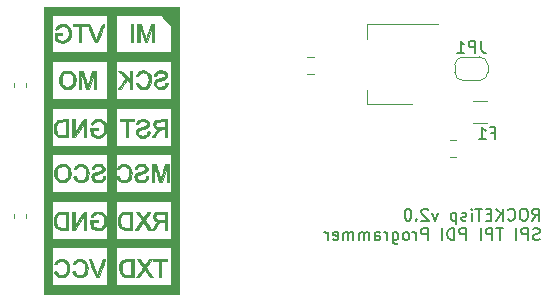
<source format=gbr>
G04 #@! TF.GenerationSoftware,KiCad,Pcbnew,(5.0.0-3-g5ebb6b6)*
G04 #@! TF.CreationDate,2019-02-08T12:04:07-05:00*
G04 #@! TF.ProjectId,ROCKETasp,524F434B45546173702E6B696361645F,2.0*
G04 #@! TF.SameCoordinates,Original*
G04 #@! TF.FileFunction,Legend,Bot*
G04 #@! TF.FilePolarity,Positive*
%FSLAX46Y46*%
G04 Gerber Fmt 4.6, Leading zero omitted, Abs format (unit mm)*
G04 Created by KiCad (PCBNEW (5.0.0-3-g5ebb6b6)) date Friday, February 08, 2019 at 12:04:07 PM*
%MOMM*%
%LPD*%
G01*
G04 APERTURE LIST*
%ADD10C,0.150000*%
%ADD11C,0.120000*%
%ADD12C,0.010000*%
G04 APERTURE END LIST*
D10*
X164396176Y-103691180D02*
X164729509Y-103214990D01*
X164967604Y-103691180D02*
X164967604Y-102691180D01*
X164586652Y-102691180D01*
X164491414Y-102738800D01*
X164443795Y-102786419D01*
X164396176Y-102881657D01*
X164396176Y-103024514D01*
X164443795Y-103119752D01*
X164491414Y-103167371D01*
X164586652Y-103214990D01*
X164967604Y-103214990D01*
X163777128Y-102691180D02*
X163586652Y-102691180D01*
X163491414Y-102738800D01*
X163396176Y-102834038D01*
X163348557Y-103024514D01*
X163348557Y-103357847D01*
X163396176Y-103548323D01*
X163491414Y-103643561D01*
X163586652Y-103691180D01*
X163777128Y-103691180D01*
X163872366Y-103643561D01*
X163967604Y-103548323D01*
X164015223Y-103357847D01*
X164015223Y-103024514D01*
X163967604Y-102834038D01*
X163872366Y-102738800D01*
X163777128Y-102691180D01*
X162348557Y-103595942D02*
X162396176Y-103643561D01*
X162539033Y-103691180D01*
X162634271Y-103691180D01*
X162777128Y-103643561D01*
X162872366Y-103548323D01*
X162919985Y-103453085D01*
X162967604Y-103262609D01*
X162967604Y-103119752D01*
X162919985Y-102929276D01*
X162872366Y-102834038D01*
X162777128Y-102738800D01*
X162634271Y-102691180D01*
X162539033Y-102691180D01*
X162396176Y-102738800D01*
X162348557Y-102786419D01*
X161919985Y-103691180D02*
X161919985Y-102691180D01*
X161348557Y-103691180D02*
X161777128Y-103119752D01*
X161348557Y-102691180D02*
X161919985Y-103262609D01*
X160919985Y-103167371D02*
X160586652Y-103167371D01*
X160443795Y-103691180D02*
X160919985Y-103691180D01*
X160919985Y-102691180D01*
X160443795Y-102691180D01*
X160158080Y-102691180D02*
X159586652Y-102691180D01*
X159872366Y-103691180D02*
X159872366Y-102691180D01*
X159253319Y-103691180D02*
X159253319Y-103024514D01*
X159253319Y-102691180D02*
X159300938Y-102738800D01*
X159253319Y-102786419D01*
X159205700Y-102738800D01*
X159253319Y-102691180D01*
X159253319Y-102786419D01*
X158824747Y-103643561D02*
X158729509Y-103691180D01*
X158539033Y-103691180D01*
X158443795Y-103643561D01*
X158396176Y-103548323D01*
X158396176Y-103500704D01*
X158443795Y-103405466D01*
X158539033Y-103357847D01*
X158681890Y-103357847D01*
X158777128Y-103310228D01*
X158824747Y-103214990D01*
X158824747Y-103167371D01*
X158777128Y-103072133D01*
X158681890Y-103024514D01*
X158539033Y-103024514D01*
X158443795Y-103072133D01*
X157967604Y-103024514D02*
X157967604Y-104024514D01*
X157967604Y-103072133D02*
X157872366Y-103024514D01*
X157681890Y-103024514D01*
X157586652Y-103072133D01*
X157539033Y-103119752D01*
X157491414Y-103214990D01*
X157491414Y-103500704D01*
X157539033Y-103595942D01*
X157586652Y-103643561D01*
X157681890Y-103691180D01*
X157872366Y-103691180D01*
X157967604Y-103643561D01*
X156396176Y-103024514D02*
X156158080Y-103691180D01*
X155919985Y-103024514D01*
X155586652Y-102786419D02*
X155539033Y-102738800D01*
X155443795Y-102691180D01*
X155205700Y-102691180D01*
X155110461Y-102738800D01*
X155062842Y-102786419D01*
X155015223Y-102881657D01*
X155015223Y-102976895D01*
X155062842Y-103119752D01*
X155634271Y-103691180D01*
X155015223Y-103691180D01*
X154586652Y-103595942D02*
X154539033Y-103643561D01*
X154586652Y-103691180D01*
X154634271Y-103643561D01*
X154586652Y-103595942D01*
X154586652Y-103691180D01*
X153919985Y-102691180D02*
X153824747Y-102691180D01*
X153729509Y-102738800D01*
X153681890Y-102786419D01*
X153634271Y-102881657D01*
X153586652Y-103072133D01*
X153586652Y-103310228D01*
X153634271Y-103500704D01*
X153681890Y-103595942D01*
X153729509Y-103643561D01*
X153824747Y-103691180D01*
X153919985Y-103691180D01*
X154015223Y-103643561D01*
X154062842Y-103595942D01*
X154110461Y-103500704D01*
X154158080Y-103310228D01*
X154158080Y-103072133D01*
X154110461Y-102881657D01*
X154062842Y-102786419D01*
X154015223Y-102738800D01*
X153919985Y-102691180D01*
X165015223Y-105293561D02*
X164872366Y-105341180D01*
X164634271Y-105341180D01*
X164539033Y-105293561D01*
X164491414Y-105245942D01*
X164443795Y-105150704D01*
X164443795Y-105055466D01*
X164491414Y-104960228D01*
X164539033Y-104912609D01*
X164634271Y-104864990D01*
X164824747Y-104817371D01*
X164919985Y-104769752D01*
X164967604Y-104722133D01*
X165015223Y-104626895D01*
X165015223Y-104531657D01*
X164967604Y-104436419D01*
X164919985Y-104388800D01*
X164824747Y-104341180D01*
X164586652Y-104341180D01*
X164443795Y-104388800D01*
X164015223Y-105341180D02*
X164015223Y-104341180D01*
X163634271Y-104341180D01*
X163539033Y-104388800D01*
X163491414Y-104436419D01*
X163443795Y-104531657D01*
X163443795Y-104674514D01*
X163491414Y-104769752D01*
X163539033Y-104817371D01*
X163634271Y-104864990D01*
X164015223Y-104864990D01*
X163015223Y-105341180D02*
X163015223Y-104341180D01*
X161919985Y-104341180D02*
X161348557Y-104341180D01*
X161634271Y-105341180D02*
X161634271Y-104341180D01*
X161015223Y-105341180D02*
X161015223Y-104341180D01*
X160634271Y-104341180D01*
X160539033Y-104388800D01*
X160491414Y-104436419D01*
X160443795Y-104531657D01*
X160443795Y-104674514D01*
X160491414Y-104769752D01*
X160539033Y-104817371D01*
X160634271Y-104864990D01*
X161015223Y-104864990D01*
X160015223Y-105341180D02*
X160015223Y-104341180D01*
X158777128Y-105341180D02*
X158777128Y-104341180D01*
X158396176Y-104341180D01*
X158300938Y-104388800D01*
X158253319Y-104436419D01*
X158205700Y-104531657D01*
X158205700Y-104674514D01*
X158253319Y-104769752D01*
X158300938Y-104817371D01*
X158396176Y-104864990D01*
X158777128Y-104864990D01*
X157777128Y-105341180D02*
X157777128Y-104341180D01*
X157539033Y-104341180D01*
X157396176Y-104388800D01*
X157300938Y-104484038D01*
X157253319Y-104579276D01*
X157205700Y-104769752D01*
X157205700Y-104912609D01*
X157253319Y-105103085D01*
X157300938Y-105198323D01*
X157396176Y-105293561D01*
X157539033Y-105341180D01*
X157777128Y-105341180D01*
X156777128Y-105341180D02*
X156777128Y-104341180D01*
X155539033Y-105341180D02*
X155539033Y-104341180D01*
X155158080Y-104341180D01*
X155062842Y-104388800D01*
X155015223Y-104436419D01*
X154967604Y-104531657D01*
X154967604Y-104674514D01*
X155015223Y-104769752D01*
X155062842Y-104817371D01*
X155158080Y-104864990D01*
X155539033Y-104864990D01*
X154539033Y-105341180D02*
X154539033Y-104674514D01*
X154539033Y-104864990D02*
X154491414Y-104769752D01*
X154443795Y-104722133D01*
X154348557Y-104674514D01*
X154253319Y-104674514D01*
X153777128Y-105341180D02*
X153872366Y-105293561D01*
X153919985Y-105245942D01*
X153967604Y-105150704D01*
X153967604Y-104864990D01*
X153919985Y-104769752D01*
X153872366Y-104722133D01*
X153777128Y-104674514D01*
X153634271Y-104674514D01*
X153539033Y-104722133D01*
X153491414Y-104769752D01*
X153443795Y-104864990D01*
X153443795Y-105150704D01*
X153491414Y-105245942D01*
X153539033Y-105293561D01*
X153634271Y-105341180D01*
X153777128Y-105341180D01*
X152586652Y-104674514D02*
X152586652Y-105484038D01*
X152634271Y-105579276D01*
X152681890Y-105626895D01*
X152777128Y-105674514D01*
X152919985Y-105674514D01*
X153015223Y-105626895D01*
X152586652Y-105293561D02*
X152681890Y-105341180D01*
X152872366Y-105341180D01*
X152967604Y-105293561D01*
X153015223Y-105245942D01*
X153062842Y-105150704D01*
X153062842Y-104864990D01*
X153015223Y-104769752D01*
X152967604Y-104722133D01*
X152872366Y-104674514D01*
X152681890Y-104674514D01*
X152586652Y-104722133D01*
X152110461Y-105341180D02*
X152110461Y-104674514D01*
X152110461Y-104864990D02*
X152062842Y-104769752D01*
X152015223Y-104722133D01*
X151919985Y-104674514D01*
X151824747Y-104674514D01*
X151062842Y-105341180D02*
X151062842Y-104817371D01*
X151110461Y-104722133D01*
X151205700Y-104674514D01*
X151396176Y-104674514D01*
X151491414Y-104722133D01*
X151062842Y-105293561D02*
X151158080Y-105341180D01*
X151396176Y-105341180D01*
X151491414Y-105293561D01*
X151539033Y-105198323D01*
X151539033Y-105103085D01*
X151491414Y-105007847D01*
X151396176Y-104960228D01*
X151158080Y-104960228D01*
X151062842Y-104912609D01*
X150586652Y-105341180D02*
X150586652Y-104674514D01*
X150586652Y-104769752D02*
X150539033Y-104722133D01*
X150443795Y-104674514D01*
X150300938Y-104674514D01*
X150205700Y-104722133D01*
X150158080Y-104817371D01*
X150158080Y-105341180D01*
X150158080Y-104817371D02*
X150110461Y-104722133D01*
X150015223Y-104674514D01*
X149872366Y-104674514D01*
X149777128Y-104722133D01*
X149729509Y-104817371D01*
X149729509Y-105341180D01*
X149253319Y-105341180D02*
X149253319Y-104674514D01*
X149253319Y-104769752D02*
X149205700Y-104722133D01*
X149110461Y-104674514D01*
X148967604Y-104674514D01*
X148872366Y-104722133D01*
X148824747Y-104817371D01*
X148824747Y-105341180D01*
X148824747Y-104817371D02*
X148777128Y-104722133D01*
X148681890Y-104674514D01*
X148539033Y-104674514D01*
X148443795Y-104722133D01*
X148396176Y-104817371D01*
X148396176Y-105341180D01*
X147539033Y-105293561D02*
X147634271Y-105341180D01*
X147824747Y-105341180D01*
X147919985Y-105293561D01*
X147967604Y-105198323D01*
X147967604Y-104817371D01*
X147919985Y-104722133D01*
X147824747Y-104674514D01*
X147634271Y-104674514D01*
X147539033Y-104722133D01*
X147491414Y-104817371D01*
X147491414Y-104912609D01*
X147967604Y-105007847D01*
X147062842Y-105341180D02*
X147062842Y-104674514D01*
X147062842Y-104864990D02*
X147015223Y-104769752D01*
X146967604Y-104722133D01*
X146872366Y-104674514D01*
X146777128Y-104674514D01*
D11*
G04 #@! TO.C,C3*
X121553700Y-92390179D02*
X121553700Y-92064621D01*
X120533700Y-92390179D02*
X120533700Y-92064621D01*
G04 #@! TO.C,C7*
X145876778Y-89841000D02*
X145359622Y-89841000D01*
X145876778Y-91261000D02*
X145359622Y-91261000D01*
G04 #@! TO.C,C8*
X157967178Y-98284100D02*
X157450022Y-98284100D01*
X157967178Y-96864100D02*
X157450022Y-96864100D01*
G04 #@! TO.C,C9*
X121528300Y-103439179D02*
X121528300Y-103113621D01*
X120508300Y-103439179D02*
X120508300Y-103113621D01*
G04 #@! TO.C,F1*
X159379836Y-95410700D02*
X160583964Y-95410700D01*
X159379836Y-93590700D02*
X160583964Y-93590700D01*
G04 #@! TO.C,JP1*
X158532600Y-89830400D02*
G75*
G03X157832600Y-90530400I0J-700000D01*
G01*
X157832600Y-91130400D02*
G75*
G03X158532600Y-91830400I700000J0D01*
G01*
X159932600Y-91830400D02*
G75*
G03X160632600Y-91130400I0J700000D01*
G01*
X160632600Y-90530400D02*
G75*
G03X159932600Y-89830400I-700000J0D01*
G01*
X160632600Y-91130400D02*
X160632600Y-90530400D01*
X158532600Y-91830400D02*
X159932600Y-91830400D01*
X157832600Y-90530400D02*
X157832600Y-91130400D01*
X159932600Y-89830400D02*
X158532600Y-89830400D01*
G04 #@! TO.C,U2*
X150439200Y-93859400D02*
X150439200Y-92599400D01*
X150439200Y-87039400D02*
X150439200Y-88299400D01*
X154199200Y-93859400D02*
X150439200Y-93859400D01*
X156449200Y-87039400D02*
X150439200Y-87039400D01*
D12*
G04 #@! TO.C,G\002A\002A\002A*
G36*
X125516923Y-87256056D02*
X126024923Y-87256056D01*
X126024923Y-88610722D01*
X126222478Y-88610722D01*
X126222478Y-87256056D01*
X126730478Y-87256056D01*
X126730478Y-87086722D01*
X125516923Y-87086722D01*
X125516923Y-87256056D01*
X125516923Y-87256056D01*
G37*
X125516923Y-87256056D02*
X126024923Y-87256056D01*
X126024923Y-88610722D01*
X126222478Y-88610722D01*
X126222478Y-87256056D01*
X126730478Y-87256056D01*
X126730478Y-87086722D01*
X125516923Y-87086722D01*
X125516923Y-87256056D01*
G36*
X128039707Y-87092074D02*
X127937824Y-87100833D01*
X127693811Y-87753475D01*
X127449797Y-88406117D01*
X126962813Y-87100833D01*
X126860757Y-87092074D01*
X126794354Y-87091396D01*
X126760007Y-87100852D01*
X126758700Y-87104048D01*
X126768564Y-87134735D01*
X126796422Y-87211110D01*
X126839673Y-87326307D01*
X126895716Y-87473462D01*
X126961949Y-87645709D01*
X127035772Y-87836183D01*
X127047978Y-87867543D01*
X127337256Y-88610306D01*
X127563034Y-88610306D01*
X127852311Y-87867543D01*
X127927097Y-87674814D01*
X127994704Y-87499225D01*
X128052533Y-87347642D01*
X128097981Y-87226930D01*
X128128448Y-87143955D01*
X128141333Y-87105580D01*
X128141589Y-87104048D01*
X128116879Y-87092673D01*
X128055838Y-87090949D01*
X128039707Y-87092074D01*
X128039707Y-87092074D01*
G37*
X128039707Y-87092074D02*
X127937824Y-87100833D01*
X127693811Y-87753475D01*
X127449797Y-88406117D01*
X126962813Y-87100833D01*
X126860757Y-87092074D01*
X126794354Y-87091396D01*
X126760007Y-87100852D01*
X126758700Y-87104048D01*
X126768564Y-87134735D01*
X126796422Y-87211110D01*
X126839673Y-87326307D01*
X126895716Y-87473462D01*
X126961949Y-87645709D01*
X127035772Y-87836183D01*
X127047978Y-87867543D01*
X127337256Y-88610306D01*
X127563034Y-88610306D01*
X127852311Y-87867543D01*
X127927097Y-87674814D01*
X127994704Y-87499225D01*
X128052533Y-87347642D01*
X128097981Y-87226930D01*
X128128448Y-87143955D01*
X128141333Y-87105580D01*
X128141589Y-87104048D01*
X128116879Y-87092673D01*
X128055838Y-87090949D01*
X128039707Y-87092074D01*
G36*
X124461440Y-87077192D02*
X124305077Y-87116369D01*
X124246923Y-87143351D01*
X124165019Y-87202807D01*
X124092635Y-87279393D01*
X124037124Y-87361160D01*
X124005836Y-87436159D01*
X124006125Y-87492441D01*
X124021145Y-87510311D01*
X124103127Y-87537810D01*
X124173082Y-87510917D01*
X124218700Y-87447667D01*
X124297258Y-87337378D01*
X124411585Y-87267101D01*
X124566047Y-87234170D01*
X124568584Y-87233956D01*
X124743372Y-87243541D01*
X124892027Y-87302529D01*
X125012160Y-87409732D01*
X125058710Y-87477489D01*
X125097904Y-87551218D01*
X125121174Y-87620218D01*
X125132499Y-87703611D01*
X125135857Y-87820521D01*
X125135923Y-87848722D01*
X125133634Y-87974484D01*
X125124136Y-88062975D01*
X125103477Y-88133275D01*
X125067710Y-88204463D01*
X125059274Y-88218994D01*
X124957726Y-88339927D01*
X124824963Y-88421370D01*
X124671724Y-88461594D01*
X124508747Y-88458873D01*
X124346772Y-88411476D01*
X124239867Y-88350883D01*
X124193934Y-88311625D01*
X124170717Y-88264474D01*
X124162802Y-88189582D01*
X124162256Y-88143134D01*
X124162256Y-87989833D01*
X124585589Y-87989833D01*
X124585589Y-87820500D01*
X123962791Y-87820500D01*
X123978811Y-88422340D01*
X124158717Y-88520995D01*
X124276765Y-88579422D01*
X124380362Y-88612010D01*
X124499752Y-88627393D01*
X124539717Y-88629773D01*
X124700131Y-88628211D01*
X124826086Y-88607178D01*
X124847980Y-88599953D01*
X125022169Y-88515816D01*
X125151890Y-88406841D01*
X125246544Y-88265052D01*
X125249269Y-88259535D01*
X125317961Y-88066912D01*
X125343382Y-87868050D01*
X125327998Y-87672563D01*
X125274275Y-87490062D01*
X125184679Y-87330160D01*
X125061674Y-87202469D01*
X124962070Y-87139856D01*
X124810150Y-87088837D01*
X124636536Y-87067982D01*
X124461440Y-87077192D01*
X124461440Y-87077192D01*
G37*
X124461440Y-87077192D02*
X124305077Y-87116369D01*
X124246923Y-87143351D01*
X124165019Y-87202807D01*
X124092635Y-87279393D01*
X124037124Y-87361160D01*
X124005836Y-87436159D01*
X124006125Y-87492441D01*
X124021145Y-87510311D01*
X124103127Y-87537810D01*
X124173082Y-87510917D01*
X124218700Y-87447667D01*
X124297258Y-87337378D01*
X124411585Y-87267101D01*
X124566047Y-87234170D01*
X124568584Y-87233956D01*
X124743372Y-87243541D01*
X124892027Y-87302529D01*
X125012160Y-87409732D01*
X125058710Y-87477489D01*
X125097904Y-87551218D01*
X125121174Y-87620218D01*
X125132499Y-87703611D01*
X125135857Y-87820521D01*
X125135923Y-87848722D01*
X125133634Y-87974484D01*
X125124136Y-88062975D01*
X125103477Y-88133275D01*
X125067710Y-88204463D01*
X125059274Y-88218994D01*
X124957726Y-88339927D01*
X124824963Y-88421370D01*
X124671724Y-88461594D01*
X124508747Y-88458873D01*
X124346772Y-88411476D01*
X124239867Y-88350883D01*
X124193934Y-88311625D01*
X124170717Y-88264474D01*
X124162802Y-88189582D01*
X124162256Y-88143134D01*
X124162256Y-87989833D01*
X124585589Y-87989833D01*
X124585589Y-87820500D01*
X123962791Y-87820500D01*
X123978811Y-88422340D01*
X124158717Y-88520995D01*
X124276765Y-88579422D01*
X124380362Y-88612010D01*
X124499752Y-88627393D01*
X124539717Y-88629773D01*
X124700131Y-88628211D01*
X124826086Y-88607178D01*
X124847980Y-88599953D01*
X125022169Y-88515816D01*
X125151890Y-88406841D01*
X125246544Y-88265052D01*
X125249269Y-88259535D01*
X125317961Y-88066912D01*
X125343382Y-87868050D01*
X125327998Y-87672563D01*
X125274275Y-87490062D01*
X125184679Y-87330160D01*
X125061674Y-87202469D01*
X124962070Y-87139856D01*
X124810150Y-87088837D01*
X124636536Y-87067982D01*
X124461440Y-87077192D01*
G36*
X130399367Y-88610722D02*
X130596923Y-88610722D01*
X130596923Y-87086722D01*
X130399367Y-87086722D01*
X130399367Y-88610722D01*
X130399367Y-88610722D01*
G37*
X130399367Y-88610722D02*
X130596923Y-88610722D01*
X130596923Y-87086722D01*
X130399367Y-87086722D01*
X130399367Y-88610722D01*
G36*
X131908984Y-87672333D02*
X131852860Y-87848642D01*
X131801450Y-88010309D01*
X131757610Y-88148338D01*
X131724198Y-88253729D01*
X131704071Y-88317484D01*
X131700697Y-88328283D01*
X131678919Y-88398622D01*
X131658165Y-88314172D01*
X131643469Y-88262455D01*
X131614324Y-88166438D01*
X131573656Y-88035523D01*
X131524395Y-87879115D01*
X131469466Y-87706616D01*
X131453954Y-87658222D01*
X131270495Y-87086722D01*
X130963811Y-87086722D01*
X130963811Y-88610722D01*
X131160307Y-88610722D01*
X131167893Y-87968667D01*
X131175478Y-87326611D01*
X131574990Y-88596611D01*
X131791966Y-88596611D01*
X132191478Y-87326611D01*
X132199064Y-87968667D01*
X132206649Y-88610722D01*
X132403145Y-88610722D01*
X132403145Y-87086722D01*
X132095492Y-87086722D01*
X131908984Y-87672333D01*
X131908984Y-87672333D01*
G37*
X131908984Y-87672333D02*
X131852860Y-87848642D01*
X131801450Y-88010309D01*
X131757610Y-88148338D01*
X131724198Y-88253729D01*
X131704071Y-88317484D01*
X131700697Y-88328283D01*
X131678919Y-88398622D01*
X131658165Y-88314172D01*
X131643469Y-88262455D01*
X131614324Y-88166438D01*
X131573656Y-88035523D01*
X131524395Y-87879115D01*
X131469466Y-87706616D01*
X131453954Y-87658222D01*
X131270495Y-87086722D01*
X130963811Y-87086722D01*
X130963811Y-88610722D01*
X131160307Y-88610722D01*
X131167893Y-87968667D01*
X131175478Y-87326611D01*
X131574990Y-88596611D01*
X131791966Y-88596611D01*
X132191478Y-87326611D01*
X132199064Y-87968667D01*
X132206649Y-88610722D01*
X132403145Y-88610722D01*
X132403145Y-87086722D01*
X132095492Y-87086722D01*
X131908984Y-87672333D01*
G36*
X126970095Y-91595222D02*
X126913972Y-91771530D01*
X126862561Y-91933198D01*
X126818721Y-92071227D01*
X126785309Y-92176618D01*
X126765182Y-92240373D01*
X126761809Y-92251172D01*
X126740030Y-92321511D01*
X126719276Y-92237061D01*
X126704580Y-92185344D01*
X126675435Y-92089327D01*
X126634768Y-91958412D01*
X126585506Y-91802004D01*
X126530577Y-91629505D01*
X126515065Y-91581111D01*
X126331606Y-91009611D01*
X126024923Y-91009611D01*
X126024923Y-92533611D01*
X126221418Y-92533611D01*
X126229004Y-91891556D01*
X126236589Y-91249500D01*
X126636101Y-92519500D01*
X126853077Y-92519500D01*
X127252589Y-91249500D01*
X127260175Y-91891556D01*
X127267760Y-92533611D01*
X127464256Y-92533611D01*
X127464256Y-91009611D01*
X127156603Y-91009611D01*
X126970095Y-91595222D01*
X126970095Y-91595222D01*
G37*
X126970095Y-91595222D02*
X126913972Y-91771530D01*
X126862561Y-91933198D01*
X126818721Y-92071227D01*
X126785309Y-92176618D01*
X126765182Y-92240373D01*
X126761809Y-92251172D01*
X126740030Y-92321511D01*
X126719276Y-92237061D01*
X126704580Y-92185344D01*
X126675435Y-92089327D01*
X126634768Y-91958412D01*
X126585506Y-91802004D01*
X126530577Y-91629505D01*
X126515065Y-91581111D01*
X126331606Y-91009611D01*
X126024923Y-91009611D01*
X126024923Y-92533611D01*
X126221418Y-92533611D01*
X126229004Y-91891556D01*
X126236589Y-91249500D01*
X126636101Y-92519500D01*
X126853077Y-92519500D01*
X127252589Y-91249500D01*
X127260175Y-91891556D01*
X127267760Y-92533611D01*
X127464256Y-92533611D01*
X127464256Y-91009611D01*
X127156603Y-91009611D01*
X126970095Y-91595222D01*
G36*
X124913093Y-90995355D02*
X124734088Y-91051058D01*
X124580878Y-91153368D01*
X124460200Y-91298563D01*
X124420854Y-91371402D01*
X124382773Y-91461297D01*
X124360171Y-91543930D01*
X124349394Y-91639768D01*
X124346784Y-91769275D01*
X124346835Y-91785722D01*
X124359690Y-91981472D01*
X124399530Y-92139763D01*
X124471205Y-92275058D01*
X124539385Y-92359969D01*
X124655596Y-92450701D01*
X124806165Y-92515688D01*
X124973379Y-92550969D01*
X125139528Y-92552585D01*
X125270035Y-92523299D01*
X125438690Y-92433471D01*
X125571061Y-92301909D01*
X125648788Y-92174012D01*
X125690186Y-92081266D01*
X125714356Y-91998005D01*
X125725624Y-91902342D01*
X125728314Y-91772390D01*
X125728314Y-91771611D01*
X125724090Y-91725279D01*
X125546302Y-91725279D01*
X125538284Y-91909272D01*
X125492449Y-92074641D01*
X125411737Y-92212326D01*
X125299089Y-92313269D01*
X125251604Y-92338724D01*
X125094389Y-92385535D01*
X124942017Y-92377863D01*
X124810291Y-92329000D01*
X124692689Y-92249048D01*
X124611460Y-92142388D01*
X124563048Y-92001595D01*
X124543896Y-91819246D01*
X124543256Y-91771611D01*
X124556299Y-91578863D01*
X124597801Y-91429345D01*
X124671317Y-91315635D01*
X124780405Y-91230307D01*
X124810291Y-91214222D01*
X124970385Y-91161233D01*
X125125692Y-91160748D01*
X125267751Y-91208947D01*
X125388099Y-91302010D01*
X125478275Y-91436116D01*
X125513562Y-91531722D01*
X125546302Y-91725279D01*
X125724090Y-91725279D01*
X125707396Y-91542185D01*
X125646163Y-91349678D01*
X125546040Y-91195898D01*
X125408453Y-91082651D01*
X125234829Y-91011743D01*
X125111155Y-90989982D01*
X124913093Y-90995355D01*
X124913093Y-90995355D01*
G37*
X124913093Y-90995355D02*
X124734088Y-91051058D01*
X124580878Y-91153368D01*
X124460200Y-91298563D01*
X124420854Y-91371402D01*
X124382773Y-91461297D01*
X124360171Y-91543930D01*
X124349394Y-91639768D01*
X124346784Y-91769275D01*
X124346835Y-91785722D01*
X124359690Y-91981472D01*
X124399530Y-92139763D01*
X124471205Y-92275058D01*
X124539385Y-92359969D01*
X124655596Y-92450701D01*
X124806165Y-92515688D01*
X124973379Y-92550969D01*
X125139528Y-92552585D01*
X125270035Y-92523299D01*
X125438690Y-92433471D01*
X125571061Y-92301909D01*
X125648788Y-92174012D01*
X125690186Y-92081266D01*
X125714356Y-91998005D01*
X125725624Y-91902342D01*
X125728314Y-91772390D01*
X125728314Y-91771611D01*
X125724090Y-91725279D01*
X125546302Y-91725279D01*
X125538284Y-91909272D01*
X125492449Y-92074641D01*
X125411737Y-92212326D01*
X125299089Y-92313269D01*
X125251604Y-92338724D01*
X125094389Y-92385535D01*
X124942017Y-92377863D01*
X124810291Y-92329000D01*
X124692689Y-92249048D01*
X124611460Y-92142388D01*
X124563048Y-92001595D01*
X124543896Y-91819246D01*
X124543256Y-91771611D01*
X124556299Y-91578863D01*
X124597801Y-91429345D01*
X124671317Y-91315635D01*
X124780405Y-91230307D01*
X124810291Y-91214222D01*
X124970385Y-91161233D01*
X125125692Y-91160748D01*
X125267751Y-91208947D01*
X125388099Y-91302010D01*
X125478275Y-91436116D01*
X125513562Y-91531722D01*
X125546302Y-91725279D01*
X125724090Y-91725279D01*
X125707396Y-91542185D01*
X125646163Y-91349678D01*
X125546040Y-91195898D01*
X125408453Y-91082651D01*
X125234829Y-91011743D01*
X125111155Y-90989982D01*
X124913093Y-90995355D01*
G36*
X130342923Y-91722151D02*
X129965078Y-91365881D01*
X129831088Y-91240069D01*
X129730544Y-91147983D01*
X129656069Y-91084372D01*
X129600284Y-91043983D01*
X129555812Y-91021564D01*
X129515275Y-91011863D01*
X129471294Y-91009627D01*
X129464615Y-91009611D01*
X129341996Y-91009611D01*
X129644904Y-91313461D01*
X129750025Y-91420173D01*
X129839306Y-91513215D01*
X129905829Y-91585186D01*
X129942675Y-91628683D01*
X129947811Y-91637545D01*
X129931754Y-91665476D01*
X129887028Y-91731286D01*
X129818806Y-91827677D01*
X129732258Y-91947351D01*
X129632556Y-92083011D01*
X129623159Y-92095695D01*
X129298506Y-92533611D01*
X129539708Y-92533611D01*
X129819691Y-92152010D01*
X130099673Y-91770410D01*
X130221298Y-91889775D01*
X130342923Y-92009141D01*
X130342923Y-92533611D01*
X130540478Y-92533611D01*
X130540478Y-91009611D01*
X130342923Y-91009611D01*
X130342923Y-91722151D01*
X130342923Y-91722151D01*
G37*
X130342923Y-91722151D02*
X129965078Y-91365881D01*
X129831088Y-91240069D01*
X129730544Y-91147983D01*
X129656069Y-91084372D01*
X129600284Y-91043983D01*
X129555812Y-91021564D01*
X129515275Y-91011863D01*
X129471294Y-91009627D01*
X129464615Y-91009611D01*
X129341996Y-91009611D01*
X129644904Y-91313461D01*
X129750025Y-91420173D01*
X129839306Y-91513215D01*
X129905829Y-91585186D01*
X129942675Y-91628683D01*
X129947811Y-91637545D01*
X129931754Y-91665476D01*
X129887028Y-91731286D01*
X129818806Y-91827677D01*
X129732258Y-91947351D01*
X129632556Y-92083011D01*
X129623159Y-92095695D01*
X129298506Y-92533611D01*
X129539708Y-92533611D01*
X129819691Y-92152010D01*
X130099673Y-91770410D01*
X130221298Y-91889775D01*
X130342923Y-92009141D01*
X130342923Y-92533611D01*
X130540478Y-92533611D01*
X130540478Y-91009611D01*
X130342923Y-91009611D01*
X130342923Y-91722151D01*
G36*
X131279999Y-90995559D02*
X131126885Y-91055518D01*
X131024950Y-91130903D01*
X130979303Y-91183870D01*
X130930573Y-91255514D01*
X130888010Y-91329739D01*
X130860863Y-91390453D01*
X130858067Y-91421274D01*
X130890745Y-91433994D01*
X130954349Y-91449393D01*
X130956660Y-91449859D01*
X131012456Y-91455976D01*
X131049742Y-91438362D01*
X131085448Y-91385488D01*
X131104432Y-91349240D01*
X131186858Y-91241700D01*
X131295829Y-91175799D01*
X131420795Y-91150629D01*
X131551206Y-91165285D01*
X131676512Y-91218862D01*
X131786163Y-91310453D01*
X131857313Y-91413895D01*
X131894186Y-91524213D01*
X131913978Y-91667956D01*
X131915770Y-91824469D01*
X131898644Y-91973095D01*
X131884742Y-92031144D01*
X131819713Y-92175218D01*
X131725019Y-92283172D01*
X131610067Y-92354248D01*
X131484266Y-92387685D01*
X131357023Y-92382724D01*
X131237746Y-92338608D01*
X131135842Y-92254575D01*
X131060721Y-92129868D01*
X131049270Y-92098566D01*
X131024127Y-92035582D01*
X130993592Y-92015084D01*
X130937644Y-92025041D01*
X130930351Y-92027114D01*
X130866503Y-92047826D01*
X130831802Y-92063585D01*
X130831325Y-92064023D01*
X130831672Y-92099150D01*
X130856974Y-92164747D01*
X130899485Y-92245278D01*
X130951457Y-92325208D01*
X130979534Y-92361238D01*
X131103963Y-92467186D01*
X131259050Y-92534778D01*
X131431343Y-92560877D01*
X131607390Y-92542344D01*
X131672611Y-92522897D01*
X131828291Y-92445860D01*
X131944615Y-92335582D01*
X132022858Y-92204963D01*
X132090941Y-92001566D01*
X132117107Y-91779316D01*
X132099752Y-91558867D01*
X132079705Y-91473875D01*
X132006841Y-91309427D01*
X131897473Y-91174859D01*
X131760854Y-91073180D01*
X131606235Y-91007399D01*
X131442866Y-90980522D01*
X131279999Y-90995559D01*
X131279999Y-90995559D01*
G37*
X131279999Y-90995559D02*
X131126885Y-91055518D01*
X131024950Y-91130903D01*
X130979303Y-91183870D01*
X130930573Y-91255514D01*
X130888010Y-91329739D01*
X130860863Y-91390453D01*
X130858067Y-91421274D01*
X130890745Y-91433994D01*
X130954349Y-91449393D01*
X130956660Y-91449859D01*
X131012456Y-91455976D01*
X131049742Y-91438362D01*
X131085448Y-91385488D01*
X131104432Y-91349240D01*
X131186858Y-91241700D01*
X131295829Y-91175799D01*
X131420795Y-91150629D01*
X131551206Y-91165285D01*
X131676512Y-91218862D01*
X131786163Y-91310453D01*
X131857313Y-91413895D01*
X131894186Y-91524213D01*
X131913978Y-91667956D01*
X131915770Y-91824469D01*
X131898644Y-91973095D01*
X131884742Y-92031144D01*
X131819713Y-92175218D01*
X131725019Y-92283172D01*
X131610067Y-92354248D01*
X131484266Y-92387685D01*
X131357023Y-92382724D01*
X131237746Y-92338608D01*
X131135842Y-92254575D01*
X131060721Y-92129868D01*
X131049270Y-92098566D01*
X131024127Y-92035582D01*
X130993592Y-92015084D01*
X130937644Y-92025041D01*
X130930351Y-92027114D01*
X130866503Y-92047826D01*
X130831802Y-92063585D01*
X130831325Y-92064023D01*
X130831672Y-92099150D01*
X130856974Y-92164747D01*
X130899485Y-92245278D01*
X130951457Y-92325208D01*
X130979534Y-92361238D01*
X131103963Y-92467186D01*
X131259050Y-92534778D01*
X131431343Y-92560877D01*
X131607390Y-92542344D01*
X131672611Y-92522897D01*
X131828291Y-92445860D01*
X131944615Y-92335582D01*
X132022858Y-92204963D01*
X132090941Y-92001566D01*
X132117107Y-91779316D01*
X132099752Y-91558867D01*
X132079705Y-91473875D01*
X132006841Y-91309427D01*
X131897473Y-91174859D01*
X131760854Y-91073180D01*
X131606235Y-91007399D01*
X131442866Y-90980522D01*
X131279999Y-90995559D01*
G36*
X132911145Y-90987236D02*
X132720400Y-91016248D01*
X132571719Y-91081988D01*
X132463719Y-91185148D01*
X132438887Y-91223773D01*
X132388671Y-91324256D01*
X132376579Y-91388440D01*
X132403651Y-91422581D01*
X132470929Y-91432936D01*
X132473700Y-91432945D01*
X132547090Y-91423590D01*
X132572370Y-91393997D01*
X132572478Y-91391056D01*
X132590191Y-91345353D01*
X132634602Y-91280927D01*
X132654830Y-91257001D01*
X132701425Y-91208854D01*
X132745146Y-91181268D01*
X132803597Y-91168541D01*
X132894383Y-91164973D01*
X132939496Y-91164833D01*
X133047461Y-91166696D01*
X133115851Y-91175568D01*
X133161497Y-91196378D01*
X133201230Y-91234055D01*
X133209922Y-91244018D01*
X133266140Y-91340212D01*
X133271613Y-91433196D01*
X133226729Y-91512471D01*
X133178479Y-91541553D01*
X133089868Y-91578537D01*
X132975338Y-91617804D01*
X132895118Y-91641534D01*
X132717516Y-91695181D01*
X132586899Y-91746249D01*
X132494326Y-91799770D01*
X132430853Y-91860773D01*
X132392038Y-91924488D01*
X132351815Y-92064184D01*
X132361353Y-92196213D01*
X132414029Y-92315531D01*
X132503222Y-92417096D01*
X132622308Y-92495865D01*
X132764667Y-92546792D01*
X132923674Y-92564837D01*
X133092709Y-92544954D01*
X133174876Y-92520667D01*
X133322546Y-92440774D01*
X133434211Y-92318171D01*
X133478693Y-92237278D01*
X133520751Y-92133580D01*
X133529836Y-92068922D01*
X133504506Y-92035531D01*
X133443318Y-92025629D01*
X133439441Y-92025611D01*
X133379628Y-92031367D01*
X133343258Y-92058492D01*
X133313806Y-92121772D01*
X133305386Y-92145556D01*
X133265570Y-92230908D01*
X133205836Y-92289852D01*
X133137998Y-92329000D01*
X132994771Y-92379563D01*
X132856812Y-92389681D01*
X132733452Y-92362957D01*
X132634021Y-92302992D01*
X132567848Y-92213389D01*
X132544256Y-92099758D01*
X132563363Y-92030519D01*
X132623763Y-91969029D01*
X132730070Y-91912278D01*
X132886901Y-91857256D01*
X132939367Y-91842066D01*
X133066630Y-91803300D01*
X133183410Y-91762124D01*
X133271968Y-91725029D01*
X133299885Y-91710184D01*
X133404197Y-91618088D01*
X133461606Y-91506174D01*
X133473266Y-91384231D01*
X133440328Y-91262051D01*
X133363944Y-91149423D01*
X133245268Y-91056139D01*
X133221361Y-91043110D01*
X133131716Y-91004496D01*
X133042700Y-90987189D01*
X132927927Y-90986438D01*
X132911145Y-90987236D01*
X132911145Y-90987236D01*
G37*
X132911145Y-90987236D02*
X132720400Y-91016248D01*
X132571719Y-91081988D01*
X132463719Y-91185148D01*
X132438887Y-91223773D01*
X132388671Y-91324256D01*
X132376579Y-91388440D01*
X132403651Y-91422581D01*
X132470929Y-91432936D01*
X132473700Y-91432945D01*
X132547090Y-91423590D01*
X132572370Y-91393997D01*
X132572478Y-91391056D01*
X132590191Y-91345353D01*
X132634602Y-91280927D01*
X132654830Y-91257001D01*
X132701425Y-91208854D01*
X132745146Y-91181268D01*
X132803597Y-91168541D01*
X132894383Y-91164973D01*
X132939496Y-91164833D01*
X133047461Y-91166696D01*
X133115851Y-91175568D01*
X133161497Y-91196378D01*
X133201230Y-91234055D01*
X133209922Y-91244018D01*
X133266140Y-91340212D01*
X133271613Y-91433196D01*
X133226729Y-91512471D01*
X133178479Y-91541553D01*
X133089868Y-91578537D01*
X132975338Y-91617804D01*
X132895118Y-91641534D01*
X132717516Y-91695181D01*
X132586899Y-91746249D01*
X132494326Y-91799770D01*
X132430853Y-91860773D01*
X132392038Y-91924488D01*
X132351815Y-92064184D01*
X132361353Y-92196213D01*
X132414029Y-92315531D01*
X132503222Y-92417096D01*
X132622308Y-92495865D01*
X132764667Y-92546792D01*
X132923674Y-92564837D01*
X133092709Y-92544954D01*
X133174876Y-92520667D01*
X133322546Y-92440774D01*
X133434211Y-92318171D01*
X133478693Y-92237278D01*
X133520751Y-92133580D01*
X133529836Y-92068922D01*
X133504506Y-92035531D01*
X133443318Y-92025629D01*
X133439441Y-92025611D01*
X133379628Y-92031367D01*
X133343258Y-92058492D01*
X133313806Y-92121772D01*
X133305386Y-92145556D01*
X133265570Y-92230908D01*
X133205836Y-92289852D01*
X133137998Y-92329000D01*
X132994771Y-92379563D01*
X132856812Y-92389681D01*
X132733452Y-92362957D01*
X132634021Y-92302992D01*
X132567848Y-92213389D01*
X132544256Y-92099758D01*
X132563363Y-92030519D01*
X132623763Y-91969029D01*
X132730070Y-91912278D01*
X132886901Y-91857256D01*
X132939367Y-91842066D01*
X133066630Y-91803300D01*
X133183410Y-91762124D01*
X133271968Y-91725029D01*
X133299885Y-91710184D01*
X133404197Y-91618088D01*
X133461606Y-91506174D01*
X133473266Y-91384231D01*
X133440328Y-91262051D01*
X133363944Y-91149423D01*
X133245268Y-91056139D01*
X133221361Y-91043110D01*
X133131716Y-91004496D01*
X133042700Y-90987189D01*
X132927927Y-90986438D01*
X132911145Y-90987236D01*
G36*
X124719645Y-95134465D02*
X124559038Y-95138959D01*
X124443103Y-95144707D01*
X124360071Y-95153632D01*
X124298174Y-95167657D01*
X124245641Y-95188705D01*
X124190705Y-95218699D01*
X124185517Y-95221740D01*
X124064326Y-95323980D01*
X123972766Y-95463834D01*
X123911696Y-95630358D01*
X123881974Y-95812607D01*
X123884457Y-95999636D01*
X123920003Y-96180500D01*
X123989471Y-96344255D01*
X124087371Y-96473709D01*
X124163535Y-96541299D01*
X124243382Y-96590056D01*
X124337823Y-96622833D01*
X124457766Y-96642486D01*
X124614121Y-96651868D01*
X124776089Y-96653898D01*
X125121811Y-96654056D01*
X125121811Y-96490012D01*
X124924256Y-96490012D01*
X124644021Y-96480311D01*
X124504930Y-96473375D01*
X124408793Y-96462299D01*
X124342141Y-96444537D01*
X124291506Y-96417546D01*
X124284188Y-96412345D01*
X124194881Y-96325608D01*
X124135227Y-96213356D01*
X124101932Y-96066444D01*
X124091700Y-95877945D01*
X124094501Y-95741787D01*
X124104587Y-95646203D01*
X124124488Y-95575521D01*
X124148145Y-95528117D01*
X124209920Y-95437519D01*
X124277828Y-95375441D01*
X124364356Y-95336232D01*
X124481991Y-95314244D01*
X124643220Y-95303828D01*
X124644021Y-95303800D01*
X124924256Y-95294100D01*
X124924256Y-96490012D01*
X125121811Y-96490012D01*
X125121811Y-95124763D01*
X124719645Y-95134465D01*
X124719645Y-95134465D01*
G37*
X124719645Y-95134465D02*
X124559038Y-95138959D01*
X124443103Y-95144707D01*
X124360071Y-95153632D01*
X124298174Y-95167657D01*
X124245641Y-95188705D01*
X124190705Y-95218699D01*
X124185517Y-95221740D01*
X124064326Y-95323980D01*
X123972766Y-95463834D01*
X123911696Y-95630358D01*
X123881974Y-95812607D01*
X123884457Y-95999636D01*
X123920003Y-96180500D01*
X123989471Y-96344255D01*
X124087371Y-96473709D01*
X124163535Y-96541299D01*
X124243382Y-96590056D01*
X124337823Y-96622833D01*
X124457766Y-96642486D01*
X124614121Y-96651868D01*
X124776089Y-96653898D01*
X125121811Y-96654056D01*
X125121811Y-96490012D01*
X124924256Y-96490012D01*
X124644021Y-96480311D01*
X124504930Y-96473375D01*
X124408793Y-96462299D01*
X124342141Y-96444537D01*
X124291506Y-96417546D01*
X124284188Y-96412345D01*
X124194881Y-96325608D01*
X124135227Y-96213356D01*
X124101932Y-96066444D01*
X124091700Y-95877945D01*
X124094501Y-95741787D01*
X124104587Y-95646203D01*
X124124488Y-95575521D01*
X124148145Y-95528117D01*
X124209920Y-95437519D01*
X124277828Y-95375441D01*
X124364356Y-95336232D01*
X124481991Y-95314244D01*
X124643220Y-95303828D01*
X124644021Y-95303800D01*
X124924256Y-95294100D01*
X124924256Y-96490012D01*
X125121811Y-96490012D01*
X125121811Y-95124763D01*
X124719645Y-95134465D01*
G36*
X125460478Y-96654056D02*
X125566311Y-96653896D01*
X125672145Y-96653736D01*
X126434145Y-95485608D01*
X126449401Y-96654056D01*
X126645811Y-96654056D01*
X126645811Y-95130056D01*
X126434145Y-95130376D01*
X126053145Y-95714439D01*
X125672145Y-96298503D01*
X125664517Y-95714279D01*
X125656889Y-95130056D01*
X125460478Y-95130056D01*
X125460478Y-96654056D01*
X125460478Y-96654056D01*
G37*
X125460478Y-96654056D02*
X125566311Y-96653896D01*
X125672145Y-96653736D01*
X126434145Y-95485608D01*
X126449401Y-96654056D01*
X126645811Y-96654056D01*
X126645811Y-95130056D01*
X126434145Y-95130376D01*
X126053145Y-95714439D01*
X125672145Y-96298503D01*
X125664517Y-95714279D01*
X125656889Y-95130056D01*
X125460478Y-95130056D01*
X125460478Y-96654056D01*
G36*
X127481218Y-95120526D02*
X127324855Y-95159702D01*
X127266700Y-95186684D01*
X127184797Y-95246140D01*
X127112413Y-95322726D01*
X127056902Y-95404493D01*
X127025614Y-95479493D01*
X127025903Y-95535774D01*
X127040923Y-95553644D01*
X127122905Y-95581144D01*
X127192859Y-95554251D01*
X127238478Y-95491001D01*
X127317035Y-95380711D01*
X127431363Y-95310434D01*
X127585825Y-95277504D01*
X127588362Y-95277289D01*
X127763150Y-95286874D01*
X127911805Y-95345862D01*
X128031938Y-95453066D01*
X128078488Y-95520822D01*
X128117681Y-95594552D01*
X128140952Y-95663551D01*
X128152277Y-95746944D01*
X128155635Y-95863854D01*
X128155700Y-95892056D01*
X128153412Y-96017817D01*
X128143913Y-96106308D01*
X128123255Y-96176608D01*
X128087488Y-96247797D01*
X128079052Y-96262328D01*
X127977503Y-96383260D01*
X127844740Y-96464703D01*
X127691502Y-96504928D01*
X127528525Y-96502206D01*
X127366550Y-96454809D01*
X127259645Y-96394216D01*
X127213712Y-96354959D01*
X127190495Y-96307807D01*
X127182580Y-96232915D01*
X127182034Y-96186467D01*
X127182034Y-96033167D01*
X127605367Y-96033167D01*
X127605367Y-95863833D01*
X126982569Y-95863833D01*
X126998589Y-96465673D01*
X127178495Y-96564329D01*
X127296543Y-96622755D01*
X127400140Y-96655343D01*
X127519529Y-96670727D01*
X127559495Y-96673106D01*
X127719909Y-96671545D01*
X127845864Y-96650512D01*
X127867758Y-96643286D01*
X128041946Y-96559150D01*
X128171668Y-96450174D01*
X128266321Y-96308386D01*
X128269047Y-96302869D01*
X128337738Y-96110245D01*
X128363159Y-95911384D01*
X128347776Y-95715896D01*
X128294053Y-95533396D01*
X128204456Y-95373494D01*
X128081452Y-95245803D01*
X127981848Y-95183190D01*
X127829928Y-95132171D01*
X127656314Y-95111316D01*
X127481218Y-95120526D01*
X127481218Y-95120526D01*
G37*
X127481218Y-95120526D02*
X127324855Y-95159702D01*
X127266700Y-95186684D01*
X127184797Y-95246140D01*
X127112413Y-95322726D01*
X127056902Y-95404493D01*
X127025614Y-95479493D01*
X127025903Y-95535774D01*
X127040923Y-95553644D01*
X127122905Y-95581144D01*
X127192859Y-95554251D01*
X127238478Y-95491001D01*
X127317035Y-95380711D01*
X127431363Y-95310434D01*
X127585825Y-95277504D01*
X127588362Y-95277289D01*
X127763150Y-95286874D01*
X127911805Y-95345862D01*
X128031938Y-95453066D01*
X128078488Y-95520822D01*
X128117681Y-95594552D01*
X128140952Y-95663551D01*
X128152277Y-95746944D01*
X128155635Y-95863854D01*
X128155700Y-95892056D01*
X128153412Y-96017817D01*
X128143913Y-96106308D01*
X128123255Y-96176608D01*
X128087488Y-96247797D01*
X128079052Y-96262328D01*
X127977503Y-96383260D01*
X127844740Y-96464703D01*
X127691502Y-96504928D01*
X127528525Y-96502206D01*
X127366550Y-96454809D01*
X127259645Y-96394216D01*
X127213712Y-96354959D01*
X127190495Y-96307807D01*
X127182580Y-96232915D01*
X127182034Y-96186467D01*
X127182034Y-96033167D01*
X127605367Y-96033167D01*
X127605367Y-95863833D01*
X126982569Y-95863833D01*
X126998589Y-96465673D01*
X127178495Y-96564329D01*
X127296543Y-96622755D01*
X127400140Y-96655343D01*
X127519529Y-96670727D01*
X127559495Y-96673106D01*
X127719909Y-96671545D01*
X127845864Y-96650512D01*
X127867758Y-96643286D01*
X128041946Y-96559150D01*
X128171668Y-96450174D01*
X128266321Y-96308386D01*
X128269047Y-96302869D01*
X128337738Y-96110245D01*
X128363159Y-95911384D01*
X128347776Y-95715896D01*
X128294053Y-95533396D01*
X128204456Y-95373494D01*
X128081452Y-95245803D01*
X127981848Y-95183190D01*
X127829928Y-95132171D01*
X127656314Y-95111316D01*
X127481218Y-95120526D01*
G36*
X129468034Y-95299389D02*
X129976034Y-95299389D01*
X129976034Y-96654056D01*
X130173589Y-96654056D01*
X130173589Y-95299389D01*
X130681589Y-95299389D01*
X130681589Y-95130056D01*
X129468034Y-95130056D01*
X129468034Y-95299389D01*
X129468034Y-95299389D01*
G37*
X129468034Y-95299389D02*
X129976034Y-95299389D01*
X129976034Y-96654056D01*
X130173589Y-96654056D01*
X130173589Y-95299389D01*
X130681589Y-95299389D01*
X130681589Y-95130056D01*
X129468034Y-95130056D01*
X129468034Y-95299389D01*
G36*
X133015642Y-95134683D02*
X132822983Y-95140015D01*
X132677641Y-95148790D01*
X132570492Y-95163744D01*
X132492411Y-95187613D01*
X132434277Y-95223135D01*
X132386965Y-95273045D01*
X132343782Y-95336200D01*
X132304330Y-95426132D01*
X132296677Y-95532547D01*
X132298499Y-95558840D01*
X132329393Y-95702225D01*
X132398122Y-95807928D01*
X132511395Y-95885359D01*
X132540916Y-95898674D01*
X132672487Y-95954261D01*
X132586548Y-96045383D01*
X132546853Y-96094962D01*
X132490079Y-96175113D01*
X132423682Y-96274159D01*
X132355118Y-96380419D01*
X132291843Y-96482216D01*
X132241314Y-96567869D01*
X132210987Y-96625699D01*
X132205589Y-96642097D01*
X132230552Y-96649766D01*
X132292438Y-96653782D01*
X132311423Y-96653959D01*
X132359645Y-96651831D01*
X132397398Y-96639810D01*
X132433430Y-96609288D01*
X132476492Y-96551653D01*
X132535332Y-96458295D01*
X132572478Y-96397060D01*
X132647392Y-96279969D01*
X132723324Y-96172775D01*
X132789301Y-96090463D01*
X132820405Y-96058490D01*
X132879297Y-96012696D01*
X132937518Y-95987995D01*
X133016101Y-95978138D01*
X133095571Y-95976722D01*
X133278034Y-95976722D01*
X133278034Y-96654056D01*
X133475589Y-96654056D01*
X133475589Y-95807389D01*
X133278034Y-95807389D01*
X132994410Y-95807389D01*
X132827077Y-95803111D01*
X132708510Y-95789727D01*
X132631643Y-95766415D01*
X132628358Y-95764763D01*
X132535404Y-95690570D01*
X132491564Y-95595960D01*
X132498929Y-95491664D01*
X132555862Y-95392685D01*
X132587448Y-95358678D01*
X132620500Y-95335753D01*
X132666668Y-95321296D01*
X132737604Y-95312693D01*
X132844956Y-95307329D01*
X132950973Y-95304016D01*
X133278034Y-95294532D01*
X133278034Y-95807389D01*
X133475589Y-95807389D01*
X133475589Y-95125199D01*
X133015642Y-95134683D01*
X133015642Y-95134683D01*
G37*
X133015642Y-95134683D02*
X132822983Y-95140015D01*
X132677641Y-95148790D01*
X132570492Y-95163744D01*
X132492411Y-95187613D01*
X132434277Y-95223135D01*
X132386965Y-95273045D01*
X132343782Y-95336200D01*
X132304330Y-95426132D01*
X132296677Y-95532547D01*
X132298499Y-95558840D01*
X132329393Y-95702225D01*
X132398122Y-95807928D01*
X132511395Y-95885359D01*
X132540916Y-95898674D01*
X132672487Y-95954261D01*
X132586548Y-96045383D01*
X132546853Y-96094962D01*
X132490079Y-96175113D01*
X132423682Y-96274159D01*
X132355118Y-96380419D01*
X132291843Y-96482216D01*
X132241314Y-96567869D01*
X132210987Y-96625699D01*
X132205589Y-96642097D01*
X132230552Y-96649766D01*
X132292438Y-96653782D01*
X132311423Y-96653959D01*
X132359645Y-96651831D01*
X132397398Y-96639810D01*
X132433430Y-96609288D01*
X132476492Y-96551653D01*
X132535332Y-96458295D01*
X132572478Y-96397060D01*
X132647392Y-96279969D01*
X132723324Y-96172775D01*
X132789301Y-96090463D01*
X132820405Y-96058490D01*
X132879297Y-96012696D01*
X132937518Y-95987995D01*
X133016101Y-95978138D01*
X133095571Y-95976722D01*
X133278034Y-95976722D01*
X133278034Y-96654056D01*
X133475589Y-96654056D01*
X133475589Y-95807389D01*
X133278034Y-95807389D01*
X132994410Y-95807389D01*
X132827077Y-95803111D01*
X132708510Y-95789727D01*
X132631643Y-95766415D01*
X132628358Y-95764763D01*
X132535404Y-95690570D01*
X132491564Y-95595960D01*
X132498929Y-95491664D01*
X132555862Y-95392685D01*
X132587448Y-95358678D01*
X132620500Y-95335753D01*
X132666668Y-95321296D01*
X132737604Y-95312693D01*
X132844956Y-95307329D01*
X132950973Y-95304016D01*
X133278034Y-95294532D01*
X133278034Y-95807389D01*
X133475589Y-95807389D01*
X133475589Y-95125199D01*
X133015642Y-95134683D01*
G36*
X131387145Y-95107680D02*
X131196400Y-95136693D01*
X131047719Y-95202433D01*
X130939719Y-95305593D01*
X130914887Y-95344217D01*
X130864671Y-95444700D01*
X130852579Y-95508884D01*
X130879651Y-95543026D01*
X130946929Y-95553380D01*
X130949700Y-95553389D01*
X131023090Y-95544034D01*
X131048370Y-95514442D01*
X131048478Y-95511501D01*
X131066191Y-95465798D01*
X131110602Y-95401371D01*
X131130830Y-95377445D01*
X131177425Y-95329299D01*
X131221146Y-95301712D01*
X131279597Y-95288985D01*
X131370383Y-95285418D01*
X131415496Y-95285278D01*
X131523461Y-95287140D01*
X131591851Y-95296012D01*
X131637497Y-95316823D01*
X131677230Y-95354500D01*
X131685922Y-95364463D01*
X131742140Y-95460656D01*
X131747613Y-95553640D01*
X131702729Y-95632916D01*
X131654479Y-95661997D01*
X131565868Y-95698982D01*
X131451338Y-95738249D01*
X131371118Y-95761979D01*
X131193516Y-95815625D01*
X131062899Y-95866694D01*
X130970326Y-95920214D01*
X130906853Y-95981218D01*
X130868038Y-96044932D01*
X130827815Y-96184628D01*
X130837353Y-96316657D01*
X130890029Y-96435976D01*
X130979222Y-96537541D01*
X131098308Y-96616309D01*
X131240667Y-96667237D01*
X131399674Y-96685281D01*
X131568709Y-96665398D01*
X131650876Y-96641112D01*
X131798546Y-96561219D01*
X131910211Y-96438615D01*
X131954693Y-96357722D01*
X131996751Y-96254024D01*
X132005836Y-96189367D01*
X131980506Y-96155975D01*
X131919318Y-96146074D01*
X131915441Y-96146056D01*
X131855628Y-96151812D01*
X131819258Y-96178937D01*
X131789806Y-96242216D01*
X131781386Y-96266000D01*
X131741570Y-96351353D01*
X131681836Y-96410296D01*
X131613998Y-96449445D01*
X131470771Y-96500007D01*
X131332812Y-96510125D01*
X131209452Y-96483401D01*
X131110021Y-96423436D01*
X131043848Y-96333833D01*
X131020256Y-96220203D01*
X131039363Y-96150963D01*
X131099763Y-96089474D01*
X131206070Y-96032723D01*
X131362901Y-95977701D01*
X131415367Y-95962510D01*
X131542630Y-95923744D01*
X131659410Y-95882569D01*
X131747968Y-95845473D01*
X131775885Y-95830629D01*
X131880197Y-95738532D01*
X131937606Y-95626618D01*
X131949266Y-95504675D01*
X131916328Y-95382495D01*
X131839944Y-95269868D01*
X131721268Y-95176584D01*
X131697361Y-95163555D01*
X131607716Y-95124941D01*
X131518700Y-95107634D01*
X131403927Y-95106882D01*
X131387145Y-95107680D01*
X131387145Y-95107680D01*
G37*
X131387145Y-95107680D02*
X131196400Y-95136693D01*
X131047719Y-95202433D01*
X130939719Y-95305593D01*
X130914887Y-95344217D01*
X130864671Y-95444700D01*
X130852579Y-95508884D01*
X130879651Y-95543026D01*
X130946929Y-95553380D01*
X130949700Y-95553389D01*
X131023090Y-95544034D01*
X131048370Y-95514442D01*
X131048478Y-95511501D01*
X131066191Y-95465798D01*
X131110602Y-95401371D01*
X131130830Y-95377445D01*
X131177425Y-95329299D01*
X131221146Y-95301712D01*
X131279597Y-95288985D01*
X131370383Y-95285418D01*
X131415496Y-95285278D01*
X131523461Y-95287140D01*
X131591851Y-95296012D01*
X131637497Y-95316823D01*
X131677230Y-95354500D01*
X131685922Y-95364463D01*
X131742140Y-95460656D01*
X131747613Y-95553640D01*
X131702729Y-95632916D01*
X131654479Y-95661997D01*
X131565868Y-95698982D01*
X131451338Y-95738249D01*
X131371118Y-95761979D01*
X131193516Y-95815625D01*
X131062899Y-95866694D01*
X130970326Y-95920214D01*
X130906853Y-95981218D01*
X130868038Y-96044932D01*
X130827815Y-96184628D01*
X130837353Y-96316657D01*
X130890029Y-96435976D01*
X130979222Y-96537541D01*
X131098308Y-96616309D01*
X131240667Y-96667237D01*
X131399674Y-96685281D01*
X131568709Y-96665398D01*
X131650876Y-96641112D01*
X131798546Y-96561219D01*
X131910211Y-96438615D01*
X131954693Y-96357722D01*
X131996751Y-96254024D01*
X132005836Y-96189367D01*
X131980506Y-96155975D01*
X131919318Y-96146074D01*
X131915441Y-96146056D01*
X131855628Y-96151812D01*
X131819258Y-96178937D01*
X131789806Y-96242216D01*
X131781386Y-96266000D01*
X131741570Y-96351353D01*
X131681836Y-96410296D01*
X131613998Y-96449445D01*
X131470771Y-96500007D01*
X131332812Y-96510125D01*
X131209452Y-96483401D01*
X131110021Y-96423436D01*
X131043848Y-96333833D01*
X131020256Y-96220203D01*
X131039363Y-96150963D01*
X131099763Y-96089474D01*
X131206070Y-96032723D01*
X131362901Y-95977701D01*
X131415367Y-95962510D01*
X131542630Y-95923744D01*
X131659410Y-95882569D01*
X131747968Y-95845473D01*
X131775885Y-95830629D01*
X131880197Y-95738532D01*
X131937606Y-95626618D01*
X131949266Y-95504675D01*
X131916328Y-95382495D01*
X131839944Y-95269868D01*
X131721268Y-95176584D01*
X131697361Y-95163555D01*
X131607716Y-95124941D01*
X131518700Y-95107634D01*
X131403927Y-95106882D01*
X131387145Y-95107680D01*
G36*
X124489759Y-98897577D02*
X124310754Y-98953280D01*
X124157544Y-99055591D01*
X124036867Y-99200785D01*
X123997521Y-99273624D01*
X123959439Y-99363519D01*
X123936838Y-99446152D01*
X123926060Y-99541990D01*
X123923450Y-99671498D01*
X123923501Y-99687945D01*
X123936357Y-99883695D01*
X123976197Y-100041985D01*
X124047872Y-100177280D01*
X124116052Y-100262191D01*
X124232263Y-100352924D01*
X124382831Y-100417910D01*
X124550046Y-100453191D01*
X124716195Y-100454807D01*
X124846702Y-100425521D01*
X125015357Y-100335693D01*
X125147728Y-100204131D01*
X125225454Y-100076235D01*
X125266853Y-99983488D01*
X125291023Y-99900227D01*
X125302291Y-99804564D01*
X125304981Y-99674612D01*
X125304980Y-99673833D01*
X125300756Y-99627502D01*
X125122969Y-99627502D01*
X125114951Y-99811494D01*
X125069115Y-99976863D01*
X124988404Y-100114548D01*
X124875756Y-100215491D01*
X124828270Y-100240947D01*
X124671056Y-100287757D01*
X124518684Y-100280086D01*
X124386958Y-100231222D01*
X124269356Y-100151270D01*
X124188127Y-100044610D01*
X124139715Y-99903817D01*
X124120563Y-99721468D01*
X124119923Y-99673833D01*
X124132966Y-99481085D01*
X124174468Y-99331568D01*
X124247984Y-99217857D01*
X124357071Y-99132529D01*
X124386958Y-99116445D01*
X124547052Y-99063455D01*
X124702359Y-99062970D01*
X124844417Y-99111170D01*
X124964766Y-99204232D01*
X125054941Y-99338339D01*
X125090229Y-99433945D01*
X125122969Y-99627502D01*
X125300756Y-99627502D01*
X125284063Y-99444407D01*
X125222829Y-99251900D01*
X125122707Y-99098121D01*
X124985120Y-98984874D01*
X124811496Y-98913965D01*
X124687821Y-98892204D01*
X124489759Y-98897577D01*
X124489759Y-98897577D01*
G37*
X124489759Y-98897577D02*
X124310754Y-98953280D01*
X124157544Y-99055591D01*
X124036867Y-99200785D01*
X123997521Y-99273624D01*
X123959439Y-99363519D01*
X123936838Y-99446152D01*
X123926060Y-99541990D01*
X123923450Y-99671498D01*
X123923501Y-99687945D01*
X123936357Y-99883695D01*
X123976197Y-100041985D01*
X124047872Y-100177280D01*
X124116052Y-100262191D01*
X124232263Y-100352924D01*
X124382831Y-100417910D01*
X124550046Y-100453191D01*
X124716195Y-100454807D01*
X124846702Y-100425521D01*
X125015357Y-100335693D01*
X125147728Y-100204131D01*
X125225454Y-100076235D01*
X125266853Y-99983488D01*
X125291023Y-99900227D01*
X125302291Y-99804564D01*
X125304981Y-99674612D01*
X125304980Y-99673833D01*
X125300756Y-99627502D01*
X125122969Y-99627502D01*
X125114951Y-99811494D01*
X125069115Y-99976863D01*
X124988404Y-100114548D01*
X124875756Y-100215491D01*
X124828270Y-100240947D01*
X124671056Y-100287757D01*
X124518684Y-100280086D01*
X124386958Y-100231222D01*
X124269356Y-100151270D01*
X124188127Y-100044610D01*
X124139715Y-99903817D01*
X124120563Y-99721468D01*
X124119923Y-99673833D01*
X124132966Y-99481085D01*
X124174468Y-99331568D01*
X124247984Y-99217857D01*
X124357071Y-99132529D01*
X124386958Y-99116445D01*
X124547052Y-99063455D01*
X124702359Y-99062970D01*
X124844417Y-99111170D01*
X124964766Y-99204232D01*
X125054941Y-99338339D01*
X125090229Y-99433945D01*
X125122969Y-99627502D01*
X125300756Y-99627502D01*
X125284063Y-99444407D01*
X125222829Y-99251900D01*
X125122707Y-99098121D01*
X124985120Y-98984874D01*
X124811496Y-98913965D01*
X124687821Y-98892204D01*
X124489759Y-98897577D01*
G36*
X126002444Y-98897781D02*
X125849330Y-98957740D01*
X125747395Y-99033125D01*
X125701747Y-99086093D01*
X125653018Y-99157736D01*
X125610455Y-99231961D01*
X125583308Y-99292675D01*
X125580512Y-99323497D01*
X125613190Y-99336216D01*
X125676794Y-99351616D01*
X125679105Y-99352081D01*
X125734901Y-99358198D01*
X125772186Y-99340584D01*
X125807893Y-99287710D01*
X125826876Y-99251462D01*
X125909303Y-99143923D01*
X126018274Y-99078021D01*
X126143240Y-99052851D01*
X126273650Y-99067508D01*
X126398956Y-99121084D01*
X126508608Y-99212675D01*
X126579757Y-99316117D01*
X126616630Y-99426435D01*
X126636422Y-99570178D01*
X126638214Y-99726691D01*
X126621089Y-99875317D01*
X126607186Y-99933366D01*
X126542157Y-100077440D01*
X126447463Y-100185394D01*
X126332512Y-100256470D01*
X126206710Y-100289907D01*
X126079467Y-100284947D01*
X125960190Y-100240830D01*
X125858287Y-100156798D01*
X125783165Y-100032090D01*
X125771715Y-100000789D01*
X125746572Y-99937804D01*
X125716037Y-99917306D01*
X125660089Y-99927263D01*
X125652795Y-99929336D01*
X125588947Y-99950048D01*
X125554246Y-99965807D01*
X125553770Y-99966245D01*
X125554116Y-100001372D01*
X125579419Y-100066969D01*
X125621929Y-100147500D01*
X125673902Y-100227430D01*
X125701978Y-100263460D01*
X125826408Y-100369409D01*
X125981494Y-100437001D01*
X126153787Y-100463099D01*
X126329835Y-100444566D01*
X126395055Y-100425120D01*
X126550735Y-100348082D01*
X126667059Y-100237804D01*
X126745303Y-100107185D01*
X126813385Y-99903788D01*
X126839552Y-99681538D01*
X126822197Y-99461090D01*
X126802150Y-99376098D01*
X126729285Y-99211649D01*
X126619918Y-99077081D01*
X126483299Y-98975403D01*
X126328679Y-98909621D01*
X126165310Y-98882744D01*
X126002444Y-98897781D01*
X126002444Y-98897781D01*
G37*
X126002444Y-98897781D02*
X125849330Y-98957740D01*
X125747395Y-99033125D01*
X125701747Y-99086093D01*
X125653018Y-99157736D01*
X125610455Y-99231961D01*
X125583308Y-99292675D01*
X125580512Y-99323497D01*
X125613190Y-99336216D01*
X125676794Y-99351616D01*
X125679105Y-99352081D01*
X125734901Y-99358198D01*
X125772186Y-99340584D01*
X125807893Y-99287710D01*
X125826876Y-99251462D01*
X125909303Y-99143923D01*
X126018274Y-99078021D01*
X126143240Y-99052851D01*
X126273650Y-99067508D01*
X126398956Y-99121084D01*
X126508608Y-99212675D01*
X126579757Y-99316117D01*
X126616630Y-99426435D01*
X126636422Y-99570178D01*
X126638214Y-99726691D01*
X126621089Y-99875317D01*
X126607186Y-99933366D01*
X126542157Y-100077440D01*
X126447463Y-100185394D01*
X126332512Y-100256470D01*
X126206710Y-100289907D01*
X126079467Y-100284947D01*
X125960190Y-100240830D01*
X125858287Y-100156798D01*
X125783165Y-100032090D01*
X125771715Y-100000789D01*
X125746572Y-99937804D01*
X125716037Y-99917306D01*
X125660089Y-99927263D01*
X125652795Y-99929336D01*
X125588947Y-99950048D01*
X125554246Y-99965807D01*
X125553770Y-99966245D01*
X125554116Y-100001372D01*
X125579419Y-100066969D01*
X125621929Y-100147500D01*
X125673902Y-100227430D01*
X125701978Y-100263460D01*
X125826408Y-100369409D01*
X125981494Y-100437001D01*
X126153787Y-100463099D01*
X126329835Y-100444566D01*
X126395055Y-100425120D01*
X126550735Y-100348082D01*
X126667059Y-100237804D01*
X126745303Y-100107185D01*
X126813385Y-99903788D01*
X126839552Y-99681538D01*
X126822197Y-99461090D01*
X126802150Y-99376098D01*
X126729285Y-99211649D01*
X126619918Y-99077081D01*
X126483299Y-98975403D01*
X126328679Y-98909621D01*
X126165310Y-98882744D01*
X126002444Y-98897781D01*
G36*
X127633589Y-98889458D02*
X127442845Y-98918470D01*
X127294163Y-98984211D01*
X127186163Y-99087371D01*
X127161331Y-99125995D01*
X127111115Y-99226478D01*
X127099023Y-99290662D01*
X127126096Y-99324803D01*
X127193374Y-99335158D01*
X127196145Y-99335167D01*
X127269534Y-99325812D01*
X127294815Y-99296220D01*
X127294923Y-99293279D01*
X127312635Y-99247576D01*
X127357046Y-99183149D01*
X127377274Y-99159223D01*
X127423870Y-99111077D01*
X127467591Y-99083490D01*
X127526041Y-99070763D01*
X127616827Y-99067195D01*
X127661940Y-99067056D01*
X127769905Y-99068918D01*
X127838295Y-99077790D01*
X127883941Y-99098600D01*
X127923674Y-99136277D01*
X127932366Y-99146240D01*
X127988584Y-99242434D01*
X127994057Y-99335418D01*
X127949174Y-99414693D01*
X127900923Y-99443775D01*
X127812313Y-99480760D01*
X127697783Y-99520027D01*
X127617563Y-99543756D01*
X127439960Y-99597403D01*
X127309344Y-99648471D01*
X127216771Y-99701992D01*
X127153297Y-99762995D01*
X127114483Y-99826710D01*
X127074259Y-99966406D01*
X127083797Y-100098435D01*
X127136473Y-100217754D01*
X127225666Y-100319319D01*
X127344753Y-100398087D01*
X127487111Y-100449015D01*
X127646119Y-100467059D01*
X127815153Y-100447176D01*
X127897321Y-100422889D01*
X128044991Y-100342997D01*
X128156655Y-100220393D01*
X128201137Y-100139500D01*
X128243196Y-100035802D01*
X128252281Y-99971145D01*
X128226950Y-99937753D01*
X128165763Y-99927851D01*
X128161886Y-99927833D01*
X128102073Y-99933589D01*
X128065702Y-99960714D01*
X128036250Y-100023994D01*
X128027830Y-100047778D01*
X127988015Y-100133131D01*
X127928281Y-100192074D01*
X127860443Y-100231222D01*
X127717215Y-100281785D01*
X127579257Y-100291903D01*
X127455897Y-100265179D01*
X127356466Y-100205214D01*
X127290292Y-100115611D01*
X127266700Y-100001981D01*
X127285808Y-99932741D01*
X127346207Y-99871251D01*
X127452515Y-99814501D01*
X127609345Y-99759479D01*
X127661811Y-99744288D01*
X127789074Y-99705522D01*
X127905855Y-99664347D01*
X127994412Y-99627251D01*
X128022329Y-99612406D01*
X128126641Y-99520310D01*
X128184051Y-99408396D01*
X128195710Y-99286453D01*
X128162772Y-99164273D01*
X128086389Y-99051646D01*
X127967713Y-98958362D01*
X127943806Y-98945333D01*
X127854160Y-98906718D01*
X127765144Y-98889412D01*
X127650371Y-98888660D01*
X127633589Y-98889458D01*
X127633589Y-98889458D01*
G37*
X127633589Y-98889458D02*
X127442845Y-98918470D01*
X127294163Y-98984211D01*
X127186163Y-99087371D01*
X127161331Y-99125995D01*
X127111115Y-99226478D01*
X127099023Y-99290662D01*
X127126096Y-99324803D01*
X127193374Y-99335158D01*
X127196145Y-99335167D01*
X127269534Y-99325812D01*
X127294815Y-99296220D01*
X127294923Y-99293279D01*
X127312635Y-99247576D01*
X127357046Y-99183149D01*
X127377274Y-99159223D01*
X127423870Y-99111077D01*
X127467591Y-99083490D01*
X127526041Y-99070763D01*
X127616827Y-99067195D01*
X127661940Y-99067056D01*
X127769905Y-99068918D01*
X127838295Y-99077790D01*
X127883941Y-99098600D01*
X127923674Y-99136277D01*
X127932366Y-99146240D01*
X127988584Y-99242434D01*
X127994057Y-99335418D01*
X127949174Y-99414693D01*
X127900923Y-99443775D01*
X127812313Y-99480760D01*
X127697783Y-99520027D01*
X127617563Y-99543756D01*
X127439960Y-99597403D01*
X127309344Y-99648471D01*
X127216771Y-99701992D01*
X127153297Y-99762995D01*
X127114483Y-99826710D01*
X127074259Y-99966406D01*
X127083797Y-100098435D01*
X127136473Y-100217754D01*
X127225666Y-100319319D01*
X127344753Y-100398087D01*
X127487111Y-100449015D01*
X127646119Y-100467059D01*
X127815153Y-100447176D01*
X127897321Y-100422889D01*
X128044991Y-100342997D01*
X128156655Y-100220393D01*
X128201137Y-100139500D01*
X128243196Y-100035802D01*
X128252281Y-99971145D01*
X128226950Y-99937753D01*
X128165763Y-99927851D01*
X128161886Y-99927833D01*
X128102073Y-99933589D01*
X128065702Y-99960714D01*
X128036250Y-100023994D01*
X128027830Y-100047778D01*
X127988015Y-100133131D01*
X127928281Y-100192074D01*
X127860443Y-100231222D01*
X127717215Y-100281785D01*
X127579257Y-100291903D01*
X127455897Y-100265179D01*
X127356466Y-100205214D01*
X127290292Y-100115611D01*
X127266700Y-100001981D01*
X127285808Y-99932741D01*
X127346207Y-99871251D01*
X127452515Y-99814501D01*
X127609345Y-99759479D01*
X127661811Y-99744288D01*
X127789074Y-99705522D01*
X127905855Y-99664347D01*
X127994412Y-99627251D01*
X128022329Y-99612406D01*
X128126641Y-99520310D01*
X128184051Y-99408396D01*
X128195710Y-99286453D01*
X128162772Y-99164273D01*
X128086389Y-99051646D01*
X127967713Y-98958362D01*
X127943806Y-98945333D01*
X127854160Y-98906718D01*
X127765144Y-98889412D01*
X127650371Y-98888660D01*
X127633589Y-98889458D01*
G36*
X133150762Y-99497445D02*
X133094638Y-99673753D01*
X133043228Y-99835420D01*
X132999388Y-99973449D01*
X132965976Y-100078840D01*
X132945848Y-100142595D01*
X132942475Y-100153394D01*
X132920697Y-100223733D01*
X132899943Y-100139283D01*
X132885247Y-100087566D01*
X132856101Y-99991549D01*
X132815434Y-99860635D01*
X132766173Y-99704226D01*
X132711244Y-99531727D01*
X132695731Y-99483333D01*
X132512273Y-98911833D01*
X132205589Y-98911833D01*
X132205589Y-100435833D01*
X132402085Y-100435833D01*
X132409671Y-99793778D01*
X132417256Y-99151722D01*
X132816768Y-100421722D01*
X133033744Y-100421722D01*
X133433256Y-99151722D01*
X133440841Y-99793778D01*
X133448427Y-100435833D01*
X133644923Y-100435833D01*
X133644923Y-98911833D01*
X133337269Y-98911833D01*
X133150762Y-99497445D01*
X133150762Y-99497445D01*
G37*
X133150762Y-99497445D02*
X133094638Y-99673753D01*
X133043228Y-99835420D01*
X132999388Y-99973449D01*
X132965976Y-100078840D01*
X132945848Y-100142595D01*
X132942475Y-100153394D01*
X132920697Y-100223733D01*
X132899943Y-100139283D01*
X132885247Y-100087566D01*
X132856101Y-99991549D01*
X132815434Y-99860635D01*
X132766173Y-99704226D01*
X132711244Y-99531727D01*
X132695731Y-99483333D01*
X132512273Y-98911833D01*
X132205589Y-98911833D01*
X132205589Y-100435833D01*
X132402085Y-100435833D01*
X132409671Y-99793778D01*
X132417256Y-99151722D01*
X132816768Y-100421722D01*
X133033744Y-100421722D01*
X133433256Y-99151722D01*
X133440841Y-99793778D01*
X133448427Y-100435833D01*
X133644923Y-100435833D01*
X133644923Y-98911833D01*
X133337269Y-98911833D01*
X133150762Y-99497445D01*
G36*
X129643110Y-98897781D02*
X129489997Y-98957740D01*
X129388061Y-99033125D01*
X129342414Y-99086093D01*
X129293684Y-99157736D01*
X129251121Y-99231961D01*
X129223974Y-99292675D01*
X129221178Y-99323497D01*
X129253856Y-99336216D01*
X129317460Y-99351616D01*
X129319771Y-99352081D01*
X129375567Y-99358198D01*
X129412853Y-99340584D01*
X129448559Y-99287710D01*
X129467543Y-99251462D01*
X129549969Y-99143923D01*
X129658941Y-99078021D01*
X129783906Y-99052851D01*
X129914317Y-99067508D01*
X130039623Y-99121084D01*
X130149275Y-99212675D01*
X130220424Y-99316117D01*
X130257297Y-99426435D01*
X130277089Y-99570178D01*
X130278881Y-99726691D01*
X130261755Y-99875317D01*
X130247853Y-99933366D01*
X130182824Y-100077440D01*
X130088130Y-100185394D01*
X129973178Y-100256470D01*
X129847377Y-100289907D01*
X129720134Y-100284947D01*
X129600857Y-100240830D01*
X129498954Y-100156798D01*
X129423832Y-100032090D01*
X129412381Y-100000789D01*
X129387238Y-99937804D01*
X129356704Y-99917306D01*
X129300755Y-99927263D01*
X129293462Y-99929336D01*
X129229614Y-99950048D01*
X129194913Y-99965807D01*
X129194436Y-99966245D01*
X129194783Y-100001372D01*
X129220085Y-100066969D01*
X129262596Y-100147500D01*
X129314568Y-100227430D01*
X129342645Y-100263460D01*
X129467074Y-100369409D01*
X129622161Y-100437001D01*
X129794454Y-100463099D01*
X129970501Y-100444566D01*
X130035722Y-100425120D01*
X130191402Y-100348082D01*
X130307726Y-100237804D01*
X130385969Y-100107185D01*
X130454052Y-99903788D01*
X130480219Y-99681538D01*
X130462864Y-99461090D01*
X130442816Y-99376098D01*
X130369952Y-99211649D01*
X130260585Y-99077081D01*
X130123965Y-98975403D01*
X129969346Y-98909621D01*
X129805977Y-98882744D01*
X129643110Y-98897781D01*
X129643110Y-98897781D01*
G37*
X129643110Y-98897781D02*
X129489997Y-98957740D01*
X129388061Y-99033125D01*
X129342414Y-99086093D01*
X129293684Y-99157736D01*
X129251121Y-99231961D01*
X129223974Y-99292675D01*
X129221178Y-99323497D01*
X129253856Y-99336216D01*
X129317460Y-99351616D01*
X129319771Y-99352081D01*
X129375567Y-99358198D01*
X129412853Y-99340584D01*
X129448559Y-99287710D01*
X129467543Y-99251462D01*
X129549969Y-99143923D01*
X129658941Y-99078021D01*
X129783906Y-99052851D01*
X129914317Y-99067508D01*
X130039623Y-99121084D01*
X130149275Y-99212675D01*
X130220424Y-99316117D01*
X130257297Y-99426435D01*
X130277089Y-99570178D01*
X130278881Y-99726691D01*
X130261755Y-99875317D01*
X130247853Y-99933366D01*
X130182824Y-100077440D01*
X130088130Y-100185394D01*
X129973178Y-100256470D01*
X129847377Y-100289907D01*
X129720134Y-100284947D01*
X129600857Y-100240830D01*
X129498954Y-100156798D01*
X129423832Y-100032090D01*
X129412381Y-100000789D01*
X129387238Y-99937804D01*
X129356704Y-99917306D01*
X129300755Y-99927263D01*
X129293462Y-99929336D01*
X129229614Y-99950048D01*
X129194913Y-99965807D01*
X129194436Y-99966245D01*
X129194783Y-100001372D01*
X129220085Y-100066969D01*
X129262596Y-100147500D01*
X129314568Y-100227430D01*
X129342645Y-100263460D01*
X129467074Y-100369409D01*
X129622161Y-100437001D01*
X129794454Y-100463099D01*
X129970501Y-100444566D01*
X130035722Y-100425120D01*
X130191402Y-100348082D01*
X130307726Y-100237804D01*
X130385969Y-100107185D01*
X130454052Y-99903788D01*
X130480219Y-99681538D01*
X130462864Y-99461090D01*
X130442816Y-99376098D01*
X130369952Y-99211649D01*
X130260585Y-99077081D01*
X130123965Y-98975403D01*
X129969346Y-98909621D01*
X129805977Y-98882744D01*
X129643110Y-98897781D01*
G36*
X131274256Y-98889458D02*
X131083512Y-98918470D01*
X130934830Y-98984211D01*
X130826830Y-99087371D01*
X130801998Y-99125995D01*
X130751782Y-99226478D01*
X130739690Y-99290662D01*
X130766762Y-99324803D01*
X130834041Y-99335158D01*
X130836811Y-99335167D01*
X130910201Y-99325812D01*
X130935482Y-99296220D01*
X130935589Y-99293279D01*
X130953302Y-99247576D01*
X130997713Y-99183149D01*
X131017941Y-99159223D01*
X131064537Y-99111077D01*
X131108257Y-99083490D01*
X131166708Y-99070763D01*
X131257494Y-99067195D01*
X131302607Y-99067056D01*
X131410572Y-99068918D01*
X131478962Y-99077790D01*
X131524608Y-99098600D01*
X131564341Y-99136277D01*
X131573033Y-99146240D01*
X131629251Y-99242434D01*
X131634724Y-99335418D01*
X131589840Y-99414693D01*
X131541590Y-99443775D01*
X131452979Y-99480760D01*
X131338449Y-99520027D01*
X131258229Y-99543756D01*
X131080627Y-99597403D01*
X130950010Y-99648471D01*
X130857437Y-99701992D01*
X130793964Y-99762995D01*
X130755149Y-99826710D01*
X130714926Y-99966406D01*
X130724464Y-100098435D01*
X130777140Y-100217754D01*
X130866333Y-100319319D01*
X130985420Y-100398087D01*
X131127778Y-100449015D01*
X131286786Y-100467059D01*
X131455820Y-100447176D01*
X131537987Y-100422889D01*
X131685657Y-100342997D01*
X131797322Y-100220393D01*
X131841804Y-100139500D01*
X131883862Y-100035802D01*
X131892948Y-99971145D01*
X131867617Y-99937753D01*
X131806429Y-99927851D01*
X131802552Y-99927833D01*
X131742739Y-99933589D01*
X131706369Y-99960714D01*
X131676917Y-100023994D01*
X131668497Y-100047778D01*
X131628681Y-100133131D01*
X131568947Y-100192074D01*
X131501109Y-100231222D01*
X131357882Y-100281785D01*
X131219923Y-100291903D01*
X131096564Y-100265179D01*
X130997132Y-100205214D01*
X130930959Y-100115611D01*
X130907367Y-100001981D01*
X130926475Y-99932741D01*
X130986874Y-99871251D01*
X131093181Y-99814501D01*
X131250012Y-99759479D01*
X131302478Y-99744288D01*
X131429741Y-99705522D01*
X131546521Y-99664347D01*
X131635079Y-99627251D01*
X131662996Y-99612406D01*
X131767308Y-99520310D01*
X131824717Y-99408396D01*
X131836377Y-99286453D01*
X131803439Y-99164273D01*
X131727055Y-99051646D01*
X131608379Y-98958362D01*
X131584473Y-98945333D01*
X131494827Y-98906718D01*
X131405811Y-98889412D01*
X131291038Y-98888660D01*
X131274256Y-98889458D01*
X131274256Y-98889458D01*
G37*
X131274256Y-98889458D02*
X131083512Y-98918470D01*
X130934830Y-98984211D01*
X130826830Y-99087371D01*
X130801998Y-99125995D01*
X130751782Y-99226478D01*
X130739690Y-99290662D01*
X130766762Y-99324803D01*
X130834041Y-99335158D01*
X130836811Y-99335167D01*
X130910201Y-99325812D01*
X130935482Y-99296220D01*
X130935589Y-99293279D01*
X130953302Y-99247576D01*
X130997713Y-99183149D01*
X131017941Y-99159223D01*
X131064537Y-99111077D01*
X131108257Y-99083490D01*
X131166708Y-99070763D01*
X131257494Y-99067195D01*
X131302607Y-99067056D01*
X131410572Y-99068918D01*
X131478962Y-99077790D01*
X131524608Y-99098600D01*
X131564341Y-99136277D01*
X131573033Y-99146240D01*
X131629251Y-99242434D01*
X131634724Y-99335418D01*
X131589840Y-99414693D01*
X131541590Y-99443775D01*
X131452979Y-99480760D01*
X131338449Y-99520027D01*
X131258229Y-99543756D01*
X131080627Y-99597403D01*
X130950010Y-99648471D01*
X130857437Y-99701992D01*
X130793964Y-99762995D01*
X130755149Y-99826710D01*
X130714926Y-99966406D01*
X130724464Y-100098435D01*
X130777140Y-100217754D01*
X130866333Y-100319319D01*
X130985420Y-100398087D01*
X131127778Y-100449015D01*
X131286786Y-100467059D01*
X131455820Y-100447176D01*
X131537987Y-100422889D01*
X131685657Y-100342997D01*
X131797322Y-100220393D01*
X131841804Y-100139500D01*
X131883862Y-100035802D01*
X131892948Y-99971145D01*
X131867617Y-99937753D01*
X131806429Y-99927851D01*
X131802552Y-99927833D01*
X131742739Y-99933589D01*
X131706369Y-99960714D01*
X131676917Y-100023994D01*
X131668497Y-100047778D01*
X131628681Y-100133131D01*
X131568947Y-100192074D01*
X131501109Y-100231222D01*
X131357882Y-100281785D01*
X131219923Y-100291903D01*
X131096564Y-100265179D01*
X130997132Y-100205214D01*
X130930959Y-100115611D01*
X130907367Y-100001981D01*
X130926475Y-99932741D01*
X130986874Y-99871251D01*
X131093181Y-99814501D01*
X131250012Y-99759479D01*
X131302478Y-99744288D01*
X131429741Y-99705522D01*
X131546521Y-99664347D01*
X131635079Y-99627251D01*
X131662996Y-99612406D01*
X131767308Y-99520310D01*
X131824717Y-99408396D01*
X131836377Y-99286453D01*
X131803439Y-99164273D01*
X131727055Y-99051646D01*
X131608379Y-98958362D01*
X131584473Y-98945333D01*
X131494827Y-98906718D01*
X131405811Y-98889412D01*
X131291038Y-98888660D01*
X131274256Y-98889458D01*
G36*
X124719645Y-102952020D02*
X124559038Y-102956514D01*
X124443103Y-102962262D01*
X124360071Y-102971187D01*
X124298174Y-102985212D01*
X124245641Y-103006260D01*
X124190705Y-103036254D01*
X124185517Y-103039296D01*
X124064326Y-103141535D01*
X123972766Y-103281389D01*
X123911696Y-103447913D01*
X123881974Y-103630162D01*
X123884457Y-103817192D01*
X123920003Y-103998056D01*
X123989471Y-104161810D01*
X124087371Y-104291265D01*
X124163535Y-104358855D01*
X124243382Y-104407612D01*
X124337823Y-104440389D01*
X124457766Y-104460041D01*
X124614121Y-104469423D01*
X124776089Y-104471454D01*
X125121811Y-104471611D01*
X125121811Y-104307567D01*
X124924256Y-104307567D01*
X124644021Y-104297867D01*
X124504930Y-104290931D01*
X124408793Y-104279854D01*
X124342141Y-104262092D01*
X124291506Y-104235102D01*
X124284188Y-104229901D01*
X124194881Y-104143163D01*
X124135227Y-104030911D01*
X124101932Y-103884000D01*
X124091700Y-103695500D01*
X124094501Y-103559342D01*
X124104587Y-103463758D01*
X124124488Y-103393077D01*
X124148145Y-103345672D01*
X124209920Y-103255075D01*
X124277828Y-103192996D01*
X124364356Y-103153787D01*
X124481991Y-103131799D01*
X124643220Y-103121383D01*
X124644021Y-103121355D01*
X124924256Y-103111655D01*
X124924256Y-104307567D01*
X125121811Y-104307567D01*
X125121811Y-102942319D01*
X124719645Y-102952020D01*
X124719645Y-102952020D01*
G37*
X124719645Y-102952020D02*
X124559038Y-102956514D01*
X124443103Y-102962262D01*
X124360071Y-102971187D01*
X124298174Y-102985212D01*
X124245641Y-103006260D01*
X124190705Y-103036254D01*
X124185517Y-103039296D01*
X124064326Y-103141535D01*
X123972766Y-103281389D01*
X123911696Y-103447913D01*
X123881974Y-103630162D01*
X123884457Y-103817192D01*
X123920003Y-103998056D01*
X123989471Y-104161810D01*
X124087371Y-104291265D01*
X124163535Y-104358855D01*
X124243382Y-104407612D01*
X124337823Y-104440389D01*
X124457766Y-104460041D01*
X124614121Y-104469423D01*
X124776089Y-104471454D01*
X125121811Y-104471611D01*
X125121811Y-104307567D01*
X124924256Y-104307567D01*
X124644021Y-104297867D01*
X124504930Y-104290931D01*
X124408793Y-104279854D01*
X124342141Y-104262092D01*
X124291506Y-104235102D01*
X124284188Y-104229901D01*
X124194881Y-104143163D01*
X124135227Y-104030911D01*
X124101932Y-103884000D01*
X124091700Y-103695500D01*
X124094501Y-103559342D01*
X124104587Y-103463758D01*
X124124488Y-103393077D01*
X124148145Y-103345672D01*
X124209920Y-103255075D01*
X124277828Y-103192996D01*
X124364356Y-103153787D01*
X124481991Y-103131799D01*
X124643220Y-103121383D01*
X124644021Y-103121355D01*
X124924256Y-103111655D01*
X124924256Y-104307567D01*
X125121811Y-104307567D01*
X125121811Y-102942319D01*
X124719645Y-102952020D01*
G36*
X125460478Y-104471611D02*
X125566311Y-104471451D01*
X125672145Y-104471291D01*
X126053145Y-103887228D01*
X126434145Y-103303164D01*
X126441773Y-103887388D01*
X126449401Y-104471611D01*
X126645811Y-104471611D01*
X126645811Y-102947611D01*
X126434145Y-102947931D01*
X126053145Y-103531995D01*
X125672145Y-104116058D01*
X125664517Y-103531835D01*
X125656889Y-102947611D01*
X125460478Y-102947611D01*
X125460478Y-104471611D01*
X125460478Y-104471611D01*
G37*
X125460478Y-104471611D02*
X125566311Y-104471451D01*
X125672145Y-104471291D01*
X126053145Y-103887228D01*
X126434145Y-103303164D01*
X126441773Y-103887388D01*
X126449401Y-104471611D01*
X126645811Y-104471611D01*
X126645811Y-102947611D01*
X126434145Y-102947931D01*
X126053145Y-103531995D01*
X125672145Y-104116058D01*
X125664517Y-103531835D01*
X125656889Y-102947611D01*
X125460478Y-102947611D01*
X125460478Y-104471611D01*
G36*
X127481218Y-102938081D02*
X127324855Y-102977258D01*
X127266700Y-103004240D01*
X127184797Y-103063695D01*
X127112413Y-103140282D01*
X127056902Y-103222049D01*
X127025614Y-103297048D01*
X127025903Y-103353330D01*
X127040923Y-103371200D01*
X127122905Y-103398699D01*
X127192859Y-103371806D01*
X127238478Y-103308556D01*
X127317035Y-103198267D01*
X127431363Y-103127990D01*
X127585825Y-103095059D01*
X127588362Y-103094845D01*
X127763150Y-103104430D01*
X127911805Y-103163417D01*
X128031938Y-103270621D01*
X128078488Y-103338377D01*
X128117681Y-103412107D01*
X128140952Y-103481107D01*
X128152277Y-103564500D01*
X128155635Y-103681410D01*
X128155700Y-103709611D01*
X128153412Y-103835373D01*
X128143913Y-103923864D01*
X128123255Y-103994164D01*
X128087488Y-104065352D01*
X128079052Y-104079883D01*
X127977503Y-104200816D01*
X127844740Y-104282258D01*
X127691502Y-104322483D01*
X127528525Y-104319762D01*
X127366550Y-104272365D01*
X127259645Y-104211772D01*
X127213712Y-104172514D01*
X127190495Y-104125363D01*
X127182580Y-104050471D01*
X127182034Y-104004023D01*
X127182034Y-103850722D01*
X127605367Y-103850722D01*
X127605367Y-103681389D01*
X126982569Y-103681389D01*
X126998589Y-104283229D01*
X127178495Y-104381884D01*
X127296543Y-104440311D01*
X127400140Y-104472899D01*
X127519529Y-104488282D01*
X127559495Y-104490662D01*
X127719909Y-104489100D01*
X127845864Y-104468067D01*
X127867758Y-104460842D01*
X128041946Y-104376705D01*
X128171668Y-104267729D01*
X128266321Y-104125941D01*
X128269047Y-104120424D01*
X128337738Y-103927801D01*
X128363159Y-103728939D01*
X128347776Y-103533452D01*
X128294053Y-103350951D01*
X128204456Y-103191049D01*
X128081452Y-103063358D01*
X127981848Y-103000745D01*
X127829928Y-102949726D01*
X127656314Y-102928871D01*
X127481218Y-102938081D01*
X127481218Y-102938081D01*
G37*
X127481218Y-102938081D02*
X127324855Y-102977258D01*
X127266700Y-103004240D01*
X127184797Y-103063695D01*
X127112413Y-103140282D01*
X127056902Y-103222049D01*
X127025614Y-103297048D01*
X127025903Y-103353330D01*
X127040923Y-103371200D01*
X127122905Y-103398699D01*
X127192859Y-103371806D01*
X127238478Y-103308556D01*
X127317035Y-103198267D01*
X127431363Y-103127990D01*
X127585825Y-103095059D01*
X127588362Y-103094845D01*
X127763150Y-103104430D01*
X127911805Y-103163417D01*
X128031938Y-103270621D01*
X128078488Y-103338377D01*
X128117681Y-103412107D01*
X128140952Y-103481107D01*
X128152277Y-103564500D01*
X128155635Y-103681410D01*
X128155700Y-103709611D01*
X128153412Y-103835373D01*
X128143913Y-103923864D01*
X128123255Y-103994164D01*
X128087488Y-104065352D01*
X128079052Y-104079883D01*
X127977503Y-104200816D01*
X127844740Y-104282258D01*
X127691502Y-104322483D01*
X127528525Y-104319762D01*
X127366550Y-104272365D01*
X127259645Y-104211772D01*
X127213712Y-104172514D01*
X127190495Y-104125363D01*
X127182580Y-104050471D01*
X127182034Y-104004023D01*
X127182034Y-103850722D01*
X127605367Y-103850722D01*
X127605367Y-103681389D01*
X126982569Y-103681389D01*
X126998589Y-104283229D01*
X127178495Y-104381884D01*
X127296543Y-104440311D01*
X127400140Y-104472899D01*
X127519529Y-104488282D01*
X127559495Y-104490662D01*
X127719909Y-104489100D01*
X127845864Y-104468067D01*
X127867758Y-104460842D01*
X128041946Y-104376705D01*
X128171668Y-104267729D01*
X128266321Y-104125941D01*
X128269047Y-104120424D01*
X128337738Y-103927801D01*
X128363159Y-103728939D01*
X128347776Y-103533452D01*
X128294053Y-103350951D01*
X128204456Y-103191049D01*
X128081452Y-103063358D01*
X127981848Y-103000745D01*
X127829928Y-102949726D01*
X127656314Y-102928871D01*
X127481218Y-102938081D01*
G36*
X130138311Y-102952020D02*
X129977705Y-102956514D01*
X129861770Y-102962262D01*
X129778738Y-102971187D01*
X129716840Y-102985212D01*
X129664308Y-103006260D01*
X129609372Y-103036254D01*
X129604183Y-103039296D01*
X129482992Y-103141535D01*
X129391433Y-103281389D01*
X129330363Y-103447913D01*
X129300640Y-103630162D01*
X129303123Y-103817192D01*
X129338670Y-103998056D01*
X129408138Y-104161810D01*
X129506038Y-104291265D01*
X129582202Y-104358855D01*
X129662049Y-104407612D01*
X129756490Y-104440389D01*
X129876432Y-104460041D01*
X130032787Y-104469423D01*
X130194756Y-104471454D01*
X130540478Y-104471611D01*
X130540478Y-104307567D01*
X130342923Y-104307567D01*
X130062688Y-104297867D01*
X129923597Y-104290931D01*
X129827460Y-104279854D01*
X129760808Y-104262092D01*
X129710173Y-104235102D01*
X129702854Y-104229901D01*
X129613548Y-104143163D01*
X129553894Y-104030911D01*
X129520599Y-103884000D01*
X129510367Y-103695500D01*
X129513167Y-103559342D01*
X129523254Y-103463758D01*
X129543155Y-103393077D01*
X129566811Y-103345672D01*
X129628587Y-103255075D01*
X129696495Y-103192996D01*
X129783023Y-103153787D01*
X129900658Y-103131799D01*
X130061887Y-103121383D01*
X130062688Y-103121355D01*
X130342923Y-103111655D01*
X130342923Y-104307567D01*
X130540478Y-104307567D01*
X130540478Y-102942319D01*
X130138311Y-102952020D01*
X130138311Y-102952020D01*
G37*
X130138311Y-102952020D02*
X129977705Y-102956514D01*
X129861770Y-102962262D01*
X129778738Y-102971187D01*
X129716840Y-102985212D01*
X129664308Y-103006260D01*
X129609372Y-103036254D01*
X129604183Y-103039296D01*
X129482992Y-103141535D01*
X129391433Y-103281389D01*
X129330363Y-103447913D01*
X129300640Y-103630162D01*
X129303123Y-103817192D01*
X129338670Y-103998056D01*
X129408138Y-104161810D01*
X129506038Y-104291265D01*
X129582202Y-104358855D01*
X129662049Y-104407612D01*
X129756490Y-104440389D01*
X129876432Y-104460041D01*
X130032787Y-104469423D01*
X130194756Y-104471454D01*
X130540478Y-104471611D01*
X130540478Y-104307567D01*
X130342923Y-104307567D01*
X130062688Y-104297867D01*
X129923597Y-104290931D01*
X129827460Y-104279854D01*
X129760808Y-104262092D01*
X129710173Y-104235102D01*
X129702854Y-104229901D01*
X129613548Y-104143163D01*
X129553894Y-104030911D01*
X129520599Y-103884000D01*
X129510367Y-103695500D01*
X129513167Y-103559342D01*
X129523254Y-103463758D01*
X129543155Y-103393077D01*
X129566811Y-103345672D01*
X129628587Y-103255075D01*
X129696495Y-103192996D01*
X129783023Y-103153787D01*
X129900658Y-103131799D01*
X130061887Y-103121383D01*
X130062688Y-103121355D01*
X130342923Y-103111655D01*
X130342923Y-104307567D01*
X130540478Y-104307567D01*
X130540478Y-102942319D01*
X130138311Y-102952020D01*
G36*
X131023225Y-103194556D02*
X131103527Y-103309908D01*
X131179735Y-103420007D01*
X131241020Y-103509178D01*
X131266569Y-103546777D01*
X131337465Y-103652054D01*
X131205893Y-103843110D01*
X131125055Y-103959761D01*
X131029515Y-104096548D01*
X130937329Y-104227640D01*
X130919476Y-104252889D01*
X130764631Y-104471611D01*
X130885388Y-104470760D01*
X130938788Y-104468973D01*
X130979867Y-104459098D01*
X131017868Y-104433037D01*
X131062036Y-104382691D01*
X131121616Y-104299963D01*
X131183401Y-104209704D01*
X131260501Y-104097234D01*
X131330621Y-103996224D01*
X131384859Y-103919424D01*
X131410150Y-103884873D01*
X131459643Y-103820247D01*
X131682100Y-104145929D01*
X131904556Y-104471611D01*
X132153952Y-104471611D01*
X132057338Y-104337556D01*
X132001089Y-104258504D01*
X131924011Y-104148844D01*
X131837251Y-104024481D01*
X131769639Y-103926944D01*
X131578553Y-103650389D01*
X131677260Y-103503611D01*
X131742238Y-103408337D01*
X131824153Y-103290092D01*
X131907101Y-103171810D01*
X131920958Y-103152222D01*
X132065948Y-102947611D01*
X131945269Y-102948463D01*
X131892451Y-102950184D01*
X131851714Y-102959814D01*
X131814025Y-102985361D01*
X131770353Y-103034834D01*
X131711667Y-103116240D01*
X131643639Y-103215926D01*
X131462689Y-103482537D01*
X131278534Y-103215074D01*
X131094380Y-102947611D01*
X130850777Y-102947611D01*
X131023225Y-103194556D01*
X131023225Y-103194556D01*
G37*
X131023225Y-103194556D02*
X131103527Y-103309908D01*
X131179735Y-103420007D01*
X131241020Y-103509178D01*
X131266569Y-103546777D01*
X131337465Y-103652054D01*
X131205893Y-103843110D01*
X131125055Y-103959761D01*
X131029515Y-104096548D01*
X130937329Y-104227640D01*
X130919476Y-104252889D01*
X130764631Y-104471611D01*
X130885388Y-104470760D01*
X130938788Y-104468973D01*
X130979867Y-104459098D01*
X131017868Y-104433037D01*
X131062036Y-104382691D01*
X131121616Y-104299963D01*
X131183401Y-104209704D01*
X131260501Y-104097234D01*
X131330621Y-103996224D01*
X131384859Y-103919424D01*
X131410150Y-103884873D01*
X131459643Y-103820247D01*
X131682100Y-104145929D01*
X131904556Y-104471611D01*
X132153952Y-104471611D01*
X132057338Y-104337556D01*
X132001089Y-104258504D01*
X131924011Y-104148844D01*
X131837251Y-104024481D01*
X131769639Y-103926944D01*
X131578553Y-103650389D01*
X131677260Y-103503611D01*
X131742238Y-103408337D01*
X131824153Y-103290092D01*
X131907101Y-103171810D01*
X131920958Y-103152222D01*
X132065948Y-102947611D01*
X131945269Y-102948463D01*
X131892451Y-102950184D01*
X131851714Y-102959814D01*
X131814025Y-102985361D01*
X131770353Y-103034834D01*
X131711667Y-103116240D01*
X131643639Y-103215926D01*
X131462689Y-103482537D01*
X131278534Y-103215074D01*
X131094380Y-102947611D01*
X130850777Y-102947611D01*
X131023225Y-103194556D01*
G36*
X133015642Y-102952239D02*
X132822983Y-102957571D01*
X132677641Y-102966345D01*
X132570492Y-102981299D01*
X132492411Y-103005169D01*
X132434277Y-103040690D01*
X132386965Y-103090601D01*
X132343782Y-103153756D01*
X132304330Y-103243687D01*
X132296677Y-103350103D01*
X132298499Y-103376396D01*
X132329393Y-103519780D01*
X132398122Y-103625484D01*
X132511395Y-103702914D01*
X132540916Y-103716229D01*
X132672487Y-103771817D01*
X132586548Y-103862939D01*
X132546853Y-103912517D01*
X132490079Y-103992669D01*
X132423682Y-104091714D01*
X132355118Y-104197975D01*
X132291843Y-104299771D01*
X132241314Y-104385424D01*
X132210987Y-104443255D01*
X132205589Y-104459652D01*
X132230552Y-104467322D01*
X132292438Y-104471337D01*
X132311423Y-104471514D01*
X132359645Y-104469386D01*
X132397398Y-104457366D01*
X132433430Y-104426843D01*
X132476492Y-104369208D01*
X132535332Y-104275851D01*
X132572478Y-104214615D01*
X132647392Y-104097525D01*
X132723324Y-103990331D01*
X132789301Y-103908019D01*
X132820405Y-103876045D01*
X132879297Y-103830252D01*
X132937518Y-103805551D01*
X133016101Y-103795693D01*
X133095571Y-103794278D01*
X133278034Y-103794278D01*
X133278034Y-104471611D01*
X133475589Y-104471611D01*
X133475589Y-103624945D01*
X133278034Y-103624945D01*
X132994410Y-103624945D01*
X132827077Y-103620666D01*
X132708510Y-103607283D01*
X132631643Y-103583971D01*
X132628358Y-103582319D01*
X132535404Y-103508126D01*
X132491564Y-103413515D01*
X132498929Y-103309220D01*
X132555862Y-103210240D01*
X132587448Y-103176233D01*
X132620500Y-103153308D01*
X132666668Y-103138852D01*
X132737604Y-103130249D01*
X132844956Y-103124885D01*
X132950973Y-103121571D01*
X133278034Y-103112087D01*
X133278034Y-103624945D01*
X133475589Y-103624945D01*
X133475589Y-102942755D01*
X133015642Y-102952239D01*
X133015642Y-102952239D01*
G37*
X133015642Y-102952239D02*
X132822983Y-102957571D01*
X132677641Y-102966345D01*
X132570492Y-102981299D01*
X132492411Y-103005169D01*
X132434277Y-103040690D01*
X132386965Y-103090601D01*
X132343782Y-103153756D01*
X132304330Y-103243687D01*
X132296677Y-103350103D01*
X132298499Y-103376396D01*
X132329393Y-103519780D01*
X132398122Y-103625484D01*
X132511395Y-103702914D01*
X132540916Y-103716229D01*
X132672487Y-103771817D01*
X132586548Y-103862939D01*
X132546853Y-103912517D01*
X132490079Y-103992669D01*
X132423682Y-104091714D01*
X132355118Y-104197975D01*
X132291843Y-104299771D01*
X132241314Y-104385424D01*
X132210987Y-104443255D01*
X132205589Y-104459652D01*
X132230552Y-104467322D01*
X132292438Y-104471337D01*
X132311423Y-104471514D01*
X132359645Y-104469386D01*
X132397398Y-104457366D01*
X132433430Y-104426843D01*
X132476492Y-104369208D01*
X132535332Y-104275851D01*
X132572478Y-104214615D01*
X132647392Y-104097525D01*
X132723324Y-103990331D01*
X132789301Y-103908019D01*
X132820405Y-103876045D01*
X132879297Y-103830252D01*
X132937518Y-103805551D01*
X133016101Y-103795693D01*
X133095571Y-103794278D01*
X133278034Y-103794278D01*
X133278034Y-104471611D01*
X133475589Y-104471611D01*
X133475589Y-103624945D01*
X133278034Y-103624945D01*
X132994410Y-103624945D01*
X132827077Y-103620666D01*
X132708510Y-103607283D01*
X132631643Y-103583971D01*
X132628358Y-103582319D01*
X132535404Y-103508126D01*
X132491564Y-103413515D01*
X132498929Y-103309220D01*
X132555862Y-103210240D01*
X132587448Y-103176233D01*
X132620500Y-103153308D01*
X132666668Y-103138852D01*
X132737604Y-103130249D01*
X132844956Y-103124885D01*
X132950973Y-103121571D01*
X133278034Y-103112087D01*
X133278034Y-103624945D01*
X133475589Y-103624945D01*
X133475589Y-102942755D01*
X133015642Y-102952239D01*
G36*
X128152596Y-106960519D02*
X128050713Y-106969278D01*
X127806700Y-107621920D01*
X127562686Y-108274562D01*
X127075702Y-106969278D01*
X126973645Y-106960519D01*
X126907243Y-106959840D01*
X126872896Y-106969297D01*
X126871589Y-106972492D01*
X126881453Y-107003179D01*
X126909311Y-107079554D01*
X126952562Y-107194752D01*
X127008605Y-107341907D01*
X127074838Y-107514154D01*
X127148661Y-107704628D01*
X127160867Y-107735987D01*
X127450145Y-108478750D01*
X127675923Y-108478750D01*
X127965200Y-107735987D01*
X128039986Y-107543258D01*
X128107593Y-107367670D01*
X128165422Y-107216087D01*
X128210870Y-107095375D01*
X128241337Y-107012399D01*
X128254222Y-106974025D01*
X128254478Y-106972492D01*
X128229768Y-106961118D01*
X128168726Y-106959393D01*
X128152596Y-106960519D01*
X128152596Y-106960519D01*
G37*
X128152596Y-106960519D02*
X128050713Y-106969278D01*
X127806700Y-107621920D01*
X127562686Y-108274562D01*
X127075702Y-106969278D01*
X126973645Y-106960519D01*
X126907243Y-106959840D01*
X126872896Y-106969297D01*
X126871589Y-106972492D01*
X126881453Y-107003179D01*
X126909311Y-107079554D01*
X126952562Y-107194752D01*
X127008605Y-107341907D01*
X127074838Y-107514154D01*
X127148661Y-107704628D01*
X127160867Y-107735987D01*
X127450145Y-108478750D01*
X127675923Y-108478750D01*
X127965200Y-107735987D01*
X128039986Y-107543258D01*
X128107593Y-107367670D01*
X128165422Y-107216087D01*
X128210870Y-107095375D01*
X128241337Y-107012399D01*
X128254222Y-106974025D01*
X128254478Y-106972492D01*
X128229768Y-106961118D01*
X128168726Y-106959393D01*
X128152596Y-106960519D01*
G36*
X124365555Y-106941115D02*
X124212441Y-107001073D01*
X124110506Y-107076458D01*
X124064858Y-107129426D01*
X124016129Y-107201069D01*
X123973566Y-107275294D01*
X123946419Y-107336009D01*
X123943623Y-107366830D01*
X123976301Y-107379549D01*
X124039905Y-107394949D01*
X124042216Y-107395414D01*
X124098012Y-107401531D01*
X124135297Y-107383917D01*
X124171004Y-107331044D01*
X124189987Y-107294796D01*
X124272414Y-107187256D01*
X124381385Y-107121354D01*
X124506351Y-107096185D01*
X124636762Y-107110841D01*
X124762068Y-107164418D01*
X124871719Y-107256008D01*
X124942868Y-107359450D01*
X124979742Y-107469769D01*
X124999533Y-107613512D01*
X125001325Y-107770024D01*
X124984200Y-107918650D01*
X124970297Y-107976700D01*
X124905269Y-108120774D01*
X124810575Y-108228728D01*
X124695623Y-108299803D01*
X124569822Y-108333240D01*
X124442578Y-108328280D01*
X124323301Y-108284163D01*
X124221398Y-108200131D01*
X124146277Y-108075423D01*
X124134826Y-108044122D01*
X124109683Y-107981138D01*
X124079148Y-107960639D01*
X124023200Y-107970596D01*
X124015906Y-107972669D01*
X123952059Y-107993381D01*
X123917358Y-108009141D01*
X123916881Y-108009579D01*
X123917228Y-108044706D01*
X123942530Y-108110303D01*
X123985041Y-108190834D01*
X124037013Y-108270764D01*
X124065089Y-108306794D01*
X124189519Y-108412742D01*
X124344606Y-108480334D01*
X124516898Y-108506432D01*
X124692946Y-108487899D01*
X124758166Y-108468453D01*
X124913846Y-108391415D01*
X125030170Y-108281138D01*
X125108414Y-108150518D01*
X125176496Y-107947122D01*
X125202663Y-107724871D01*
X125185308Y-107504423D01*
X125165261Y-107419431D01*
X125092396Y-107254983D01*
X124983029Y-107120415D01*
X124846410Y-107018736D01*
X124691790Y-106952954D01*
X124528422Y-106926078D01*
X124365555Y-106941115D01*
X124365555Y-106941115D01*
G37*
X124365555Y-106941115D02*
X124212441Y-107001073D01*
X124110506Y-107076458D01*
X124064858Y-107129426D01*
X124016129Y-107201069D01*
X123973566Y-107275294D01*
X123946419Y-107336009D01*
X123943623Y-107366830D01*
X123976301Y-107379549D01*
X124039905Y-107394949D01*
X124042216Y-107395414D01*
X124098012Y-107401531D01*
X124135297Y-107383917D01*
X124171004Y-107331044D01*
X124189987Y-107294796D01*
X124272414Y-107187256D01*
X124381385Y-107121354D01*
X124506351Y-107096185D01*
X124636762Y-107110841D01*
X124762068Y-107164418D01*
X124871719Y-107256008D01*
X124942868Y-107359450D01*
X124979742Y-107469769D01*
X124999533Y-107613512D01*
X125001325Y-107770024D01*
X124984200Y-107918650D01*
X124970297Y-107976700D01*
X124905269Y-108120774D01*
X124810575Y-108228728D01*
X124695623Y-108299803D01*
X124569822Y-108333240D01*
X124442578Y-108328280D01*
X124323301Y-108284163D01*
X124221398Y-108200131D01*
X124146277Y-108075423D01*
X124134826Y-108044122D01*
X124109683Y-107981138D01*
X124079148Y-107960639D01*
X124023200Y-107970596D01*
X124015906Y-107972669D01*
X123952059Y-107993381D01*
X123917358Y-108009141D01*
X123916881Y-108009579D01*
X123917228Y-108044706D01*
X123942530Y-108110303D01*
X123985041Y-108190834D01*
X124037013Y-108270764D01*
X124065089Y-108306794D01*
X124189519Y-108412742D01*
X124344606Y-108480334D01*
X124516898Y-108506432D01*
X124692946Y-108487899D01*
X124758166Y-108468453D01*
X124913846Y-108391415D01*
X125030170Y-108281138D01*
X125108414Y-108150518D01*
X125176496Y-107947122D01*
X125202663Y-107724871D01*
X125185308Y-107504423D01*
X125165261Y-107419431D01*
X125092396Y-107254983D01*
X124983029Y-107120415D01*
X124846410Y-107018736D01*
X124691790Y-106952954D01*
X124528422Y-106926078D01*
X124365555Y-106941115D01*
G36*
X125917777Y-106941115D02*
X125764663Y-107001073D01*
X125662728Y-107076458D01*
X125617081Y-107129426D01*
X125568351Y-107201069D01*
X125525788Y-107275294D01*
X125498641Y-107336009D01*
X125495845Y-107366830D01*
X125528523Y-107379549D01*
X125592127Y-107394949D01*
X125594438Y-107395414D01*
X125650234Y-107401531D01*
X125687519Y-107383917D01*
X125723226Y-107331044D01*
X125742209Y-107294796D01*
X125824636Y-107187256D01*
X125933607Y-107121354D01*
X126058573Y-107096185D01*
X126188984Y-107110841D01*
X126314290Y-107164418D01*
X126423941Y-107256008D01*
X126495090Y-107359450D01*
X126531964Y-107469769D01*
X126551756Y-107613512D01*
X126553548Y-107770024D01*
X126536422Y-107918650D01*
X126522519Y-107976700D01*
X126457491Y-108120774D01*
X126362797Y-108228728D01*
X126247845Y-108299803D01*
X126122044Y-108333240D01*
X125994801Y-108328280D01*
X125875524Y-108284163D01*
X125773620Y-108200131D01*
X125698499Y-108075423D01*
X125687048Y-108044122D01*
X125661905Y-107981138D01*
X125631370Y-107960639D01*
X125575422Y-107970596D01*
X125568129Y-107972669D01*
X125504281Y-107993381D01*
X125469580Y-108009141D01*
X125469103Y-108009579D01*
X125469450Y-108044706D01*
X125494752Y-108110303D01*
X125537263Y-108190834D01*
X125589235Y-108270764D01*
X125617312Y-108306794D01*
X125741741Y-108412742D01*
X125896828Y-108480334D01*
X126069121Y-108506432D01*
X126245168Y-108487899D01*
X126310388Y-108468453D01*
X126466068Y-108391415D01*
X126582393Y-108281138D01*
X126660636Y-108150518D01*
X126728718Y-107947122D01*
X126754885Y-107724871D01*
X126737530Y-107504423D01*
X126717483Y-107419431D01*
X126644619Y-107254983D01*
X126535251Y-107120415D01*
X126398632Y-107018736D01*
X126244013Y-106952954D01*
X126080644Y-106926078D01*
X125917777Y-106941115D01*
X125917777Y-106941115D01*
G37*
X125917777Y-106941115D02*
X125764663Y-107001073D01*
X125662728Y-107076458D01*
X125617081Y-107129426D01*
X125568351Y-107201069D01*
X125525788Y-107275294D01*
X125498641Y-107336009D01*
X125495845Y-107366830D01*
X125528523Y-107379549D01*
X125592127Y-107394949D01*
X125594438Y-107395414D01*
X125650234Y-107401531D01*
X125687519Y-107383917D01*
X125723226Y-107331044D01*
X125742209Y-107294796D01*
X125824636Y-107187256D01*
X125933607Y-107121354D01*
X126058573Y-107096185D01*
X126188984Y-107110841D01*
X126314290Y-107164418D01*
X126423941Y-107256008D01*
X126495090Y-107359450D01*
X126531964Y-107469769D01*
X126551756Y-107613512D01*
X126553548Y-107770024D01*
X126536422Y-107918650D01*
X126522519Y-107976700D01*
X126457491Y-108120774D01*
X126362797Y-108228728D01*
X126247845Y-108299803D01*
X126122044Y-108333240D01*
X125994801Y-108328280D01*
X125875524Y-108284163D01*
X125773620Y-108200131D01*
X125698499Y-108075423D01*
X125687048Y-108044122D01*
X125661905Y-107981138D01*
X125631370Y-107960639D01*
X125575422Y-107970596D01*
X125568129Y-107972669D01*
X125504281Y-107993381D01*
X125469580Y-108009141D01*
X125469103Y-108009579D01*
X125469450Y-108044706D01*
X125494752Y-108110303D01*
X125537263Y-108190834D01*
X125589235Y-108270764D01*
X125617312Y-108306794D01*
X125741741Y-108412742D01*
X125896828Y-108480334D01*
X126069121Y-108506432D01*
X126245168Y-108487899D01*
X126310388Y-108468453D01*
X126466068Y-108391415D01*
X126582393Y-108281138D01*
X126660636Y-108150518D01*
X126728718Y-107947122D01*
X126754885Y-107724871D01*
X126737530Y-107504423D01*
X126717483Y-107419431D01*
X126644619Y-107254983D01*
X126535251Y-107120415D01*
X126398632Y-107018736D01*
X126244013Y-106952954D01*
X126080644Y-106926078D01*
X125917777Y-106941115D01*
G36*
X130251200Y-106959576D02*
X130090594Y-106964070D01*
X129974659Y-106969818D01*
X129891627Y-106978743D01*
X129829729Y-106992768D01*
X129777197Y-107013816D01*
X129722260Y-107043810D01*
X129717072Y-107046851D01*
X129595881Y-107149091D01*
X129504322Y-107288945D01*
X129443252Y-107455469D01*
X129413529Y-107637718D01*
X129416012Y-107824747D01*
X129451559Y-108005611D01*
X129521027Y-108169366D01*
X129618927Y-108298820D01*
X129695091Y-108366410D01*
X129774938Y-108415167D01*
X129869378Y-108447945D01*
X129989321Y-108467597D01*
X130145676Y-108476979D01*
X130307645Y-108479009D01*
X130653367Y-108479167D01*
X130653367Y-108315123D01*
X130455811Y-108315123D01*
X130175576Y-108305422D01*
X130036486Y-108298487D01*
X129940349Y-108287410D01*
X129873697Y-108269648D01*
X129823062Y-108242657D01*
X129815743Y-108237457D01*
X129726437Y-108150719D01*
X129666783Y-108038467D01*
X129633488Y-107891555D01*
X129623256Y-107703056D01*
X129626056Y-107566898D01*
X129636143Y-107471314D01*
X129656044Y-107400633D01*
X129679700Y-107353228D01*
X129741476Y-107262631D01*
X129809384Y-107200552D01*
X129895912Y-107161343D01*
X130013546Y-107139355D01*
X130174776Y-107128939D01*
X130175576Y-107128911D01*
X130455811Y-107119211D01*
X130455811Y-108315123D01*
X130653367Y-108315123D01*
X130653367Y-106949874D01*
X130251200Y-106959576D01*
X130251200Y-106959576D01*
G37*
X130251200Y-106959576D02*
X130090594Y-106964070D01*
X129974659Y-106969818D01*
X129891627Y-106978743D01*
X129829729Y-106992768D01*
X129777197Y-107013816D01*
X129722260Y-107043810D01*
X129717072Y-107046851D01*
X129595881Y-107149091D01*
X129504322Y-107288945D01*
X129443252Y-107455469D01*
X129413529Y-107637718D01*
X129416012Y-107824747D01*
X129451559Y-108005611D01*
X129521027Y-108169366D01*
X129618927Y-108298820D01*
X129695091Y-108366410D01*
X129774938Y-108415167D01*
X129869378Y-108447945D01*
X129989321Y-108467597D01*
X130145676Y-108476979D01*
X130307645Y-108479009D01*
X130653367Y-108479167D01*
X130653367Y-108315123D01*
X130455811Y-108315123D01*
X130175576Y-108305422D01*
X130036486Y-108298487D01*
X129940349Y-108287410D01*
X129873697Y-108269648D01*
X129823062Y-108242657D01*
X129815743Y-108237457D01*
X129726437Y-108150719D01*
X129666783Y-108038467D01*
X129633488Y-107891555D01*
X129623256Y-107703056D01*
X129626056Y-107566898D01*
X129636143Y-107471314D01*
X129656044Y-107400633D01*
X129679700Y-107353228D01*
X129741476Y-107262631D01*
X129809384Y-107200552D01*
X129895912Y-107161343D01*
X130013546Y-107139355D01*
X130174776Y-107128939D01*
X130175576Y-107128911D01*
X130455811Y-107119211D01*
X130455811Y-108315123D01*
X130653367Y-108315123D01*
X130653367Y-106949874D01*
X130251200Y-106959576D01*
G36*
X131136114Y-107202111D02*
X131216416Y-107317464D01*
X131292624Y-107427562D01*
X131353909Y-107516734D01*
X131379458Y-107554333D01*
X131450354Y-107659610D01*
X131318782Y-107850666D01*
X131237944Y-107967317D01*
X131142404Y-108104104D01*
X131050218Y-108235196D01*
X131032365Y-108260445D01*
X130877520Y-108479167D01*
X130998277Y-108478315D01*
X131051677Y-108476529D01*
X131092755Y-108466654D01*
X131130757Y-108440592D01*
X131174925Y-108390247D01*
X131234505Y-108307519D01*
X131296290Y-108217260D01*
X131373390Y-108104790D01*
X131443510Y-108003779D01*
X131497747Y-107926980D01*
X131523039Y-107892429D01*
X131572532Y-107827802D01*
X131794989Y-108153485D01*
X132017445Y-108479167D01*
X132266841Y-108479167D01*
X132170227Y-108345111D01*
X132113977Y-108266060D01*
X132036900Y-108156399D01*
X131950140Y-108032036D01*
X131882528Y-107934500D01*
X131691442Y-107657944D01*
X131790149Y-107511167D01*
X131855127Y-107415892D01*
X131937042Y-107297647D01*
X132019990Y-107179365D01*
X132033847Y-107159778D01*
X132178837Y-106955167D01*
X132058158Y-106956018D01*
X132005340Y-106957740D01*
X131964603Y-106967370D01*
X131926914Y-106992917D01*
X131883242Y-107042389D01*
X131824556Y-107123795D01*
X131756528Y-107223481D01*
X131575578Y-107490092D01*
X131391423Y-107222630D01*
X131207269Y-106955167D01*
X130963666Y-106955167D01*
X131136114Y-107202111D01*
X131136114Y-107202111D01*
G37*
X131136114Y-107202111D02*
X131216416Y-107317464D01*
X131292624Y-107427562D01*
X131353909Y-107516734D01*
X131379458Y-107554333D01*
X131450354Y-107659610D01*
X131318782Y-107850666D01*
X131237944Y-107967317D01*
X131142404Y-108104104D01*
X131050218Y-108235196D01*
X131032365Y-108260445D01*
X130877520Y-108479167D01*
X130998277Y-108478315D01*
X131051677Y-108476529D01*
X131092755Y-108466654D01*
X131130757Y-108440592D01*
X131174925Y-108390247D01*
X131234505Y-108307519D01*
X131296290Y-108217260D01*
X131373390Y-108104790D01*
X131443510Y-108003779D01*
X131497747Y-107926980D01*
X131523039Y-107892429D01*
X131572532Y-107827802D01*
X131794989Y-108153485D01*
X132017445Y-108479167D01*
X132266841Y-108479167D01*
X132170227Y-108345111D01*
X132113977Y-108266060D01*
X132036900Y-108156399D01*
X131950140Y-108032036D01*
X131882528Y-107934500D01*
X131691442Y-107657944D01*
X131790149Y-107511167D01*
X131855127Y-107415892D01*
X131937042Y-107297647D01*
X132019990Y-107179365D01*
X132033847Y-107159778D01*
X132178837Y-106955167D01*
X132058158Y-106956018D01*
X132005340Y-106957740D01*
X131964603Y-106967370D01*
X131926914Y-106992917D01*
X131883242Y-107042389D01*
X131824556Y-107123795D01*
X131756528Y-107223481D01*
X131575578Y-107490092D01*
X131391423Y-107222630D01*
X131207269Y-106955167D01*
X130963666Y-106955167D01*
X131136114Y-107202111D01*
G36*
X132290256Y-107124500D02*
X132798256Y-107124500D01*
X132798256Y-108479167D01*
X132995811Y-108479167D01*
X132995811Y-107124500D01*
X133503811Y-107124500D01*
X133503811Y-106955167D01*
X132290256Y-106955167D01*
X132290256Y-107124500D01*
X132290256Y-107124500D01*
G37*
X132290256Y-107124500D02*
X132798256Y-107124500D01*
X132798256Y-108479167D01*
X132995811Y-108479167D01*
X132995811Y-107124500D01*
X133503811Y-107124500D01*
X133503811Y-106955167D01*
X132290256Y-106955167D01*
X132290256Y-107124500D01*
G36*
X123033367Y-109890278D02*
X134519811Y-109890278D01*
X134519811Y-105967389D01*
X133814256Y-105967389D01*
X133814256Y-109184722D01*
X129129367Y-109184722D01*
X129129367Y-105967389D01*
X128423811Y-105967389D01*
X128423811Y-109184722D01*
X123738923Y-109184722D01*
X123738923Y-105967389D01*
X128423811Y-105967389D01*
X129129367Y-105967389D01*
X133814256Y-105967389D01*
X134519811Y-105967389D01*
X134519811Y-102016278D01*
X133814256Y-102016278D01*
X133814256Y-105261833D01*
X129129367Y-105261833D01*
X129129367Y-102016278D01*
X128423811Y-102016278D01*
X128423811Y-105261833D01*
X123738923Y-105261833D01*
X123738923Y-102016278D01*
X128423811Y-102016278D01*
X129129367Y-102016278D01*
X133814256Y-102016278D01*
X134519811Y-102016278D01*
X134519811Y-98093389D01*
X133814256Y-98093389D01*
X133814256Y-101310722D01*
X129129367Y-101310722D01*
X129129367Y-98093389D01*
X128423811Y-98093389D01*
X128423811Y-101310722D01*
X123738923Y-101310722D01*
X123738923Y-98093389D01*
X128423811Y-98093389D01*
X129129367Y-98093389D01*
X133814256Y-98093389D01*
X134519811Y-98093389D01*
X134519811Y-94142278D01*
X133814256Y-94142278D01*
X133814256Y-97387833D01*
X129129367Y-97387833D01*
X129129367Y-94142278D01*
X128423811Y-94142278D01*
X128423811Y-97387833D01*
X123738923Y-97387833D01*
X123738923Y-94142278D01*
X128423811Y-94142278D01*
X129129367Y-94142278D01*
X133814256Y-94142278D01*
X134519811Y-94142278D01*
X134519811Y-90162945D01*
X133814256Y-90162945D01*
X133814256Y-93436722D01*
X129129367Y-93436722D01*
X129129367Y-90162945D01*
X128423811Y-90162945D01*
X128423811Y-93436722D01*
X123738923Y-93436722D01*
X123738923Y-90162945D01*
X128423811Y-90162945D01*
X129129367Y-90162945D01*
X133814256Y-90162945D01*
X134519811Y-90162945D01*
X134519811Y-89457389D01*
X133814256Y-89457389D01*
X129129367Y-89457389D01*
X129129367Y-86296500D01*
X128423811Y-86296500D01*
X128423811Y-89457389D01*
X123738923Y-89457389D01*
X123738923Y-86296500D01*
X128423811Y-86296500D01*
X129129367Y-86296500D01*
X132991669Y-86296500D01*
X133402568Y-86755111D01*
X133813468Y-87213722D01*
X133813862Y-88335556D01*
X133814256Y-89457389D01*
X134519811Y-89457389D01*
X134519811Y-85590945D01*
X123033367Y-85590945D01*
X123033367Y-109890278D01*
X123033367Y-109890278D01*
G37*
X123033367Y-109890278D02*
X134519811Y-109890278D01*
X134519811Y-105967389D01*
X133814256Y-105967389D01*
X133814256Y-109184722D01*
X129129367Y-109184722D01*
X129129367Y-105967389D01*
X128423811Y-105967389D01*
X128423811Y-109184722D01*
X123738923Y-109184722D01*
X123738923Y-105967389D01*
X128423811Y-105967389D01*
X129129367Y-105967389D01*
X133814256Y-105967389D01*
X134519811Y-105967389D01*
X134519811Y-102016278D01*
X133814256Y-102016278D01*
X133814256Y-105261833D01*
X129129367Y-105261833D01*
X129129367Y-102016278D01*
X128423811Y-102016278D01*
X128423811Y-105261833D01*
X123738923Y-105261833D01*
X123738923Y-102016278D01*
X128423811Y-102016278D01*
X129129367Y-102016278D01*
X133814256Y-102016278D01*
X134519811Y-102016278D01*
X134519811Y-98093389D01*
X133814256Y-98093389D01*
X133814256Y-101310722D01*
X129129367Y-101310722D01*
X129129367Y-98093389D01*
X128423811Y-98093389D01*
X128423811Y-101310722D01*
X123738923Y-101310722D01*
X123738923Y-98093389D01*
X128423811Y-98093389D01*
X129129367Y-98093389D01*
X133814256Y-98093389D01*
X134519811Y-98093389D01*
X134519811Y-94142278D01*
X133814256Y-94142278D01*
X133814256Y-97387833D01*
X129129367Y-97387833D01*
X129129367Y-94142278D01*
X128423811Y-94142278D01*
X128423811Y-97387833D01*
X123738923Y-97387833D01*
X123738923Y-94142278D01*
X128423811Y-94142278D01*
X129129367Y-94142278D01*
X133814256Y-94142278D01*
X134519811Y-94142278D01*
X134519811Y-90162945D01*
X133814256Y-90162945D01*
X133814256Y-93436722D01*
X129129367Y-93436722D01*
X129129367Y-90162945D01*
X128423811Y-90162945D01*
X128423811Y-93436722D01*
X123738923Y-93436722D01*
X123738923Y-90162945D01*
X128423811Y-90162945D01*
X129129367Y-90162945D01*
X133814256Y-90162945D01*
X134519811Y-90162945D01*
X134519811Y-89457389D01*
X133814256Y-89457389D01*
X129129367Y-89457389D01*
X129129367Y-86296500D01*
X128423811Y-86296500D01*
X128423811Y-89457389D01*
X123738923Y-89457389D01*
X123738923Y-86296500D01*
X128423811Y-86296500D01*
X129129367Y-86296500D01*
X132991669Y-86296500D01*
X133402568Y-86755111D01*
X133813468Y-87213722D01*
X133813862Y-88335556D01*
X133814256Y-89457389D01*
X134519811Y-89457389D01*
X134519811Y-85590945D01*
X123033367Y-85590945D01*
X123033367Y-109890278D01*
G04 #@! TO.C,F1*
D10*
X160924833Y-96283471D02*
X161258166Y-96283471D01*
X161258166Y-96807280D02*
X161258166Y-95807280D01*
X160781976Y-95807280D01*
X159877214Y-96807280D02*
X160448642Y-96807280D01*
X160162928Y-96807280D02*
X160162928Y-95807280D01*
X160258166Y-95950138D01*
X160353404Y-96045376D01*
X160448642Y-96092995D01*
G04 #@! TO.C,JP1*
X160065933Y-88482780D02*
X160065933Y-89197066D01*
X160113552Y-89339923D01*
X160208790Y-89435161D01*
X160351647Y-89482780D01*
X160446885Y-89482780D01*
X159589742Y-89482780D02*
X159589742Y-88482780D01*
X159208790Y-88482780D01*
X159113552Y-88530400D01*
X159065933Y-88578019D01*
X159018314Y-88673257D01*
X159018314Y-88816114D01*
X159065933Y-88911352D01*
X159113552Y-88958971D01*
X159208790Y-89006590D01*
X159589742Y-89006590D01*
X158065933Y-89482780D02*
X158637361Y-89482780D01*
X158351647Y-89482780D02*
X158351647Y-88482780D01*
X158446885Y-88625638D01*
X158542123Y-88720876D01*
X158637361Y-88768495D01*
G04 #@! TD*
M02*

</source>
